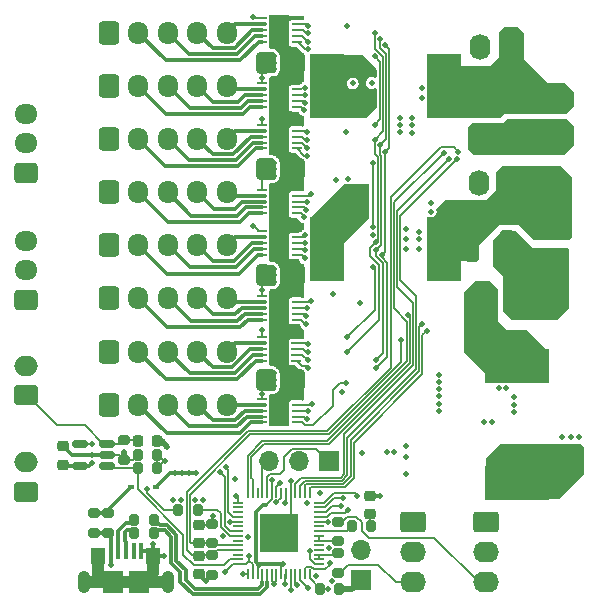
<source format=gtl>
G04 #@! TF.GenerationSoftware,KiCad,Pcbnew,(6.0.7)*
G04 #@! TF.CreationDate,2022-10-27T11:50:25+02:00*
G04 #@! TF.ProjectId,pumpCon,70756d70-436f-46e2-9e6b-696361645f70,rev?*
G04 #@! TF.SameCoordinates,Original*
G04 #@! TF.FileFunction,Copper,L1,Top*
G04 #@! TF.FilePolarity,Positive*
%FSLAX46Y46*%
G04 Gerber Fmt 4.6, Leading zero omitted, Abs format (unit mm)*
G04 Created by KiCad (PCBNEW (6.0.7)) date 2022-10-27 11:50:25*
%MOMM*%
%LPD*%
G01*
G04 APERTURE LIST*
G04 Aperture macros list*
%AMRoundRect*
0 Rectangle with rounded corners*
0 $1 Rounding radius*
0 $2 $3 $4 $5 $6 $7 $8 $9 X,Y pos of 4 corners*
0 Add a 4 corners polygon primitive as box body*
4,1,4,$2,$3,$4,$5,$6,$7,$8,$9,$2,$3,0*
0 Add four circle primitives for the rounded corners*
1,1,$1+$1,$2,$3*
1,1,$1+$1,$4,$5*
1,1,$1+$1,$6,$7*
1,1,$1+$1,$8,$9*
0 Add four rect primitives between the rounded corners*
20,1,$1+$1,$2,$3,$4,$5,0*
20,1,$1+$1,$4,$5,$6,$7,0*
20,1,$1+$1,$6,$7,$8,$9,0*
20,1,$1+$1,$8,$9,$2,$3,0*%
G04 Aperture macros list end*
G04 #@! TA.AperFunction,SMDPad,CuDef*
%ADD10R,0.400000X1.400000*%
G04 #@! TD*
G04 #@! TA.AperFunction,ComponentPad*
%ADD11O,1.050000X1.900000*%
G04 #@! TD*
G04 #@! TA.AperFunction,SMDPad,CuDef*
%ADD12R,1.750000X1.900000*%
G04 #@! TD*
G04 #@! TA.AperFunction,SMDPad,CuDef*
%ADD13R,1.150000X1.450000*%
G04 #@! TD*
G04 #@! TA.AperFunction,ComponentPad*
%ADD14RoundRect,0.250000X0.620000X0.845000X-0.620000X0.845000X-0.620000X-0.845000X0.620000X-0.845000X0*%
G04 #@! TD*
G04 #@! TA.AperFunction,ComponentPad*
%ADD15O,1.740000X2.190000*%
G04 #@! TD*
G04 #@! TA.AperFunction,SMDPad,CuDef*
%ADD16RoundRect,0.225000X-0.250000X0.225000X-0.250000X-0.225000X0.250000X-0.225000X0.250000X0.225000X0*%
G04 #@! TD*
G04 #@! TA.AperFunction,ComponentPad*
%ADD17RoundRect,0.250000X-0.600000X-0.725000X0.600000X-0.725000X0.600000X0.725000X-0.600000X0.725000X0*%
G04 #@! TD*
G04 #@! TA.AperFunction,ComponentPad*
%ADD18O,1.700000X1.950000*%
G04 #@! TD*
G04 #@! TA.AperFunction,SMDPad,CuDef*
%ADD19RoundRect,0.200000X-0.200000X-0.275000X0.200000X-0.275000X0.200000X0.275000X-0.200000X0.275000X0*%
G04 #@! TD*
G04 #@! TA.AperFunction,SMDPad,CuDef*
%ADD20RoundRect,0.062500X0.350000X0.062500X-0.350000X0.062500X-0.350000X-0.062500X0.350000X-0.062500X0*%
G04 #@! TD*
G04 #@! TA.AperFunction,SMDPad,CuDef*
%ADD21R,1.700000X2.500000*%
G04 #@! TD*
G04 #@! TA.AperFunction,ComponentPad*
%ADD22R,1.700000X1.700000*%
G04 #@! TD*
G04 #@! TA.AperFunction,ComponentPad*
%ADD23O,1.700000X1.700000*%
G04 #@! TD*
G04 #@! TA.AperFunction,ComponentPad*
%ADD24RoundRect,0.250000X0.725000X-0.600000X0.725000X0.600000X-0.725000X0.600000X-0.725000X-0.600000X0*%
G04 #@! TD*
G04 #@! TA.AperFunction,ComponentPad*
%ADD25O,1.950000X1.700000*%
G04 #@! TD*
G04 #@! TA.AperFunction,SMDPad,CuDef*
%ADD26RoundRect,0.200000X-0.275000X0.200000X-0.275000X-0.200000X0.275000X-0.200000X0.275000X0.200000X0*%
G04 #@! TD*
G04 #@! TA.AperFunction,ComponentPad*
%ADD27RoundRect,0.250000X0.750000X-0.600000X0.750000X0.600000X-0.750000X0.600000X-0.750000X-0.600000X0*%
G04 #@! TD*
G04 #@! TA.AperFunction,ComponentPad*
%ADD28O,2.000000X1.700000*%
G04 #@! TD*
G04 #@! TA.AperFunction,SMDPad,CuDef*
%ADD29RoundRect,0.200000X0.275000X-0.200000X0.275000X0.200000X-0.275000X0.200000X-0.275000X-0.200000X0*%
G04 #@! TD*
G04 #@! TA.AperFunction,ComponentPad*
%ADD30RoundRect,0.250000X-0.845000X0.620000X-0.845000X-0.620000X0.845000X-0.620000X0.845000X0.620000X0*%
G04 #@! TD*
G04 #@! TA.AperFunction,ComponentPad*
%ADD31O,2.190000X1.740000*%
G04 #@! TD*
G04 #@! TA.AperFunction,SMDPad,CuDef*
%ADD32RoundRect,0.250000X0.325000X0.650000X-0.325000X0.650000X-0.325000X-0.650000X0.325000X-0.650000X0*%
G04 #@! TD*
G04 #@! TA.AperFunction,SMDPad,CuDef*
%ADD33RoundRect,0.218750X-0.256250X0.218750X-0.256250X-0.218750X0.256250X-0.218750X0.256250X0.218750X0*%
G04 #@! TD*
G04 #@! TA.AperFunction,SMDPad,CuDef*
%ADD34R,0.600000X0.450000*%
G04 #@! TD*
G04 #@! TA.AperFunction,ComponentPad*
%ADD35R,1.600000X1.600000*%
G04 #@! TD*
G04 #@! TA.AperFunction,ComponentPad*
%ADD36C,1.600000*%
G04 #@! TD*
G04 #@! TA.AperFunction,SMDPad,CuDef*
%ADD37RoundRect,0.250000X1.100000X-0.325000X1.100000X0.325000X-1.100000X0.325000X-1.100000X-0.325000X0*%
G04 #@! TD*
G04 #@! TA.AperFunction,SMDPad,CuDef*
%ADD38RoundRect,0.225000X-0.225000X-0.250000X0.225000X-0.250000X0.225000X0.250000X-0.225000X0.250000X0*%
G04 #@! TD*
G04 #@! TA.AperFunction,SMDPad,CuDef*
%ADD39R,2.900000X5.400000*%
G04 #@! TD*
G04 #@! TA.AperFunction,SMDPad,CuDef*
%ADD40RoundRect,0.200000X0.200000X0.275000X-0.200000X0.275000X-0.200000X-0.275000X0.200000X-0.275000X0*%
G04 #@! TD*
G04 #@! TA.AperFunction,SMDPad,CuDef*
%ADD41RoundRect,0.050000X0.387500X0.050000X-0.387500X0.050000X-0.387500X-0.050000X0.387500X-0.050000X0*%
G04 #@! TD*
G04 #@! TA.AperFunction,SMDPad,CuDef*
%ADD42RoundRect,0.050000X0.050000X0.387500X-0.050000X0.387500X-0.050000X-0.387500X0.050000X-0.387500X0*%
G04 #@! TD*
G04 #@! TA.AperFunction,SMDPad,CuDef*
%ADD43R,3.200000X3.200000*%
G04 #@! TD*
G04 #@! TA.AperFunction,SMDPad,CuDef*
%ADD44R,5.400000X2.900000*%
G04 #@! TD*
G04 #@! TA.AperFunction,SMDPad,CuDef*
%ADD45RoundRect,0.150000X0.512500X0.150000X-0.512500X0.150000X-0.512500X-0.150000X0.512500X-0.150000X0*%
G04 #@! TD*
G04 #@! TA.AperFunction,SMDPad,CuDef*
%ADD46RoundRect,0.250000X0.325000X1.100000X-0.325000X1.100000X-0.325000X-1.100000X0.325000X-1.100000X0*%
G04 #@! TD*
G04 #@! TA.AperFunction,SMDPad,CuDef*
%ADD47RoundRect,0.225000X0.250000X-0.225000X0.250000X0.225000X-0.250000X0.225000X-0.250000X-0.225000X0*%
G04 #@! TD*
G04 #@! TA.AperFunction,ViaPad*
%ADD48C,0.500000*%
G04 #@! TD*
G04 #@! TA.AperFunction,Conductor*
%ADD49C,0.127000*%
G04 #@! TD*
G04 #@! TA.AperFunction,Conductor*
%ADD50C,0.300000*%
G04 #@! TD*
G04 #@! TA.AperFunction,Conductor*
%ADD51C,1.000000*%
G04 #@! TD*
G04 #@! TA.AperFunction,Conductor*
%ADD52C,0.200000*%
G04 #@! TD*
G04 #@! TA.AperFunction,Conductor*
%ADD53C,0.500000*%
G04 #@! TD*
G04 APERTURE END LIST*
D10*
X67950000Y-107400000D03*
X68600000Y-107400000D03*
X69250000Y-107400000D03*
X69900000Y-107400000D03*
X70550000Y-107400000D03*
D11*
X72825000Y-110050000D03*
X65675000Y-110050000D03*
D12*
X70375000Y-110050000D03*
X68125000Y-110050000D03*
D13*
X71570000Y-107820000D03*
X66930000Y-107820000D03*
D14*
X101770000Y-64680000D03*
D15*
X99230000Y-64680000D03*
D16*
X75440000Y-107775000D03*
X75440000Y-109325000D03*
D17*
X67800000Y-77000000D03*
D18*
X70300000Y-77000000D03*
X72800000Y-77000000D03*
X75300000Y-77000000D03*
X77800000Y-77000000D03*
D19*
X69975000Y-104725000D03*
X71625000Y-104725000D03*
D17*
X67800000Y-81500000D03*
D18*
X70300000Y-81500000D03*
X72800000Y-81500000D03*
X75300000Y-81500000D03*
X77800000Y-81500000D03*
D20*
X83675000Y-91300000D03*
X83675000Y-90800000D03*
X83675000Y-90300000D03*
X83675000Y-89800000D03*
X83675000Y-89300000D03*
X80750000Y-89300000D03*
X80750000Y-89800000D03*
X80750000Y-90300000D03*
X80750000Y-90800000D03*
X80750000Y-91300000D03*
D21*
X82212500Y-90300000D03*
D22*
X86475000Y-99800000D03*
D23*
X83935000Y-99800000D03*
X81395000Y-99800000D03*
D20*
X83712500Y-82300000D03*
X83712500Y-81800000D03*
X83712500Y-81300000D03*
X83712500Y-80800000D03*
X83712500Y-80300000D03*
X80787500Y-80300000D03*
X80787500Y-80800000D03*
X80787500Y-81300000D03*
X80787500Y-81800000D03*
X80787500Y-82300000D03*
D21*
X82250000Y-81300000D03*
D19*
X88375000Y-105300000D03*
X90025000Y-105300000D03*
D24*
X60800000Y-86100000D03*
D25*
X60800000Y-83600000D03*
X60800000Y-81100000D03*
D20*
X83712500Y-73300000D03*
X83712500Y-72800000D03*
X83712500Y-72300000D03*
X83712500Y-71800000D03*
X83712500Y-71300000D03*
X80787500Y-71300000D03*
X80787500Y-71800000D03*
X80787500Y-72300000D03*
X80787500Y-72800000D03*
X80787500Y-73300000D03*
D21*
X82250000Y-72300000D03*
D20*
X83712500Y-96500000D03*
X83712500Y-96000000D03*
X83712500Y-95500000D03*
X83712500Y-95000000D03*
X83712500Y-94500000D03*
X80787500Y-94500000D03*
X80787500Y-95000000D03*
X80787500Y-95500000D03*
X80787500Y-96000000D03*
X80787500Y-96500000D03*
D21*
X82250000Y-95500000D03*
D20*
X83712500Y-87800000D03*
X83712500Y-87300000D03*
X83712500Y-86800000D03*
X83712500Y-86300000D03*
X83712500Y-85800000D03*
X80787500Y-85800000D03*
X80787500Y-86300000D03*
X80787500Y-86800000D03*
X80787500Y-87300000D03*
X80787500Y-87800000D03*
D21*
X82250000Y-86800000D03*
D26*
X87250000Y-104925000D03*
X87250000Y-106575000D03*
D22*
X89175000Y-109850000D03*
D23*
X89175000Y-107310000D03*
D17*
X67800000Y-90500000D03*
D18*
X70300000Y-90500000D03*
X72800000Y-90500000D03*
X75300000Y-90500000D03*
X77800000Y-90500000D03*
D27*
X60800000Y-94200000D03*
D28*
X60800000Y-91700000D03*
D14*
X101720000Y-76230000D03*
D15*
X99180000Y-76230000D03*
D17*
X67800000Y-86000000D03*
D18*
X70300000Y-86000000D03*
X72800000Y-86000000D03*
X75300000Y-86000000D03*
X77800000Y-86000000D03*
D29*
X76550000Y-106740000D03*
X76550000Y-105090000D03*
D30*
X93580000Y-104960000D03*
D31*
X93580000Y-107500000D03*
X93580000Y-110040000D03*
D32*
X83825000Y-66050000D03*
X80875000Y-66050000D03*
D17*
X67800000Y-63500000D03*
D18*
X70300000Y-63500000D03*
X72800000Y-63500000D03*
X75300000Y-63500000D03*
X77800000Y-63500000D03*
D33*
X89900000Y-102712500D03*
X89900000Y-104287500D03*
D34*
X71800000Y-101950000D03*
X69700000Y-101950000D03*
D32*
X83825000Y-92900000D03*
X80875000Y-92900000D03*
D17*
X67800000Y-68000000D03*
D18*
X70300000Y-68000000D03*
X72800000Y-68000000D03*
X75300000Y-68000000D03*
X77800000Y-68000000D03*
D19*
X70275000Y-99250000D03*
X71925000Y-99250000D03*
X69975000Y-105900000D03*
X71625000Y-105900000D03*
X70262500Y-100350000D03*
X71912500Y-100350000D03*
D35*
X99950000Y-86500000D03*
D36*
X102450000Y-86500000D03*
D37*
X99600000Y-72475000D03*
X99600000Y-69525000D03*
D32*
X83825000Y-75050000D03*
X80875000Y-75050000D03*
D35*
X105700000Y-80217621D03*
D36*
X105700000Y-82717621D03*
D38*
X70312500Y-98100000D03*
X71862500Y-98100000D03*
D16*
X63950000Y-98525000D03*
X63950000Y-100075000D03*
D27*
X60800000Y-102350000D03*
D28*
X60800000Y-99850000D03*
D39*
X86300000Y-68050000D03*
X96200000Y-68050000D03*
D20*
X83712500Y-64300000D03*
X83712500Y-63800000D03*
X83712500Y-63300000D03*
X83712500Y-62800000D03*
X83712500Y-62300000D03*
X80787500Y-62300000D03*
X80787500Y-62800000D03*
X80787500Y-63300000D03*
X80787500Y-63800000D03*
X80787500Y-64300000D03*
D21*
X82250000Y-63300000D03*
D26*
X76550000Y-107725000D03*
X76550000Y-109375000D03*
D17*
X67800000Y-95000000D03*
D18*
X70300000Y-95000000D03*
X72800000Y-95000000D03*
X75300000Y-95000000D03*
X77800000Y-95000000D03*
D40*
X75325000Y-103950000D03*
X73675000Y-103950000D03*
D41*
X85637500Y-108500000D03*
X85637500Y-108100000D03*
X85637500Y-107700000D03*
X85637500Y-107300000D03*
X85637500Y-106900000D03*
X85637500Y-106500000D03*
X85637500Y-106100000D03*
X85637500Y-105700000D03*
X85637500Y-105300000D03*
X85637500Y-104900000D03*
X85637500Y-104500000D03*
X85637500Y-104100000D03*
X85637500Y-103700000D03*
X85637500Y-103300000D03*
D42*
X84800000Y-102462500D03*
X84400000Y-102462500D03*
X84000000Y-102462500D03*
X83600000Y-102462500D03*
X83200000Y-102462500D03*
X82800000Y-102462500D03*
X82400000Y-102462500D03*
X82000000Y-102462500D03*
X81600000Y-102462500D03*
X81200000Y-102462500D03*
X80800000Y-102462500D03*
X80400000Y-102462500D03*
X80000000Y-102462500D03*
X79600000Y-102462500D03*
D41*
X78762500Y-103300000D03*
X78762500Y-103700000D03*
X78762500Y-104100000D03*
X78762500Y-104500000D03*
X78762500Y-104900000D03*
X78762500Y-105300000D03*
X78762500Y-105700000D03*
X78762500Y-106100000D03*
X78762500Y-106500000D03*
X78762500Y-106900000D03*
X78762500Y-107300000D03*
X78762500Y-107700000D03*
X78762500Y-108100000D03*
X78762500Y-108500000D03*
D42*
X79600000Y-109337500D03*
X80000000Y-109337500D03*
X80400000Y-109337500D03*
X80800000Y-109337500D03*
X81200000Y-109337500D03*
X81600000Y-109337500D03*
X82000000Y-109337500D03*
X82400000Y-109337500D03*
X82800000Y-109337500D03*
X83200000Y-109337500D03*
X83600000Y-109337500D03*
X84000000Y-109337500D03*
X84400000Y-109337500D03*
X84800000Y-109337500D03*
D43*
X82200000Y-105900000D03*
D26*
X69087500Y-98025000D03*
X69087500Y-99675000D03*
D35*
X105650000Y-69517621D03*
D36*
X105650000Y-72017621D03*
D32*
X83825000Y-84050000D03*
X80875000Y-84050000D03*
D24*
X60800000Y-75350000D03*
D25*
X60800000Y-72850000D03*
X60800000Y-70350000D03*
D44*
X102400000Y-91750000D03*
X102400000Y-101650000D03*
D20*
X83712500Y-78800000D03*
X83712500Y-78300000D03*
X83712500Y-77800000D03*
X83712500Y-77300000D03*
X83712500Y-76800000D03*
X80787500Y-76800000D03*
X80787500Y-77300000D03*
X80787500Y-77800000D03*
X80787500Y-78300000D03*
X80787500Y-78800000D03*
D21*
X82250000Y-77800000D03*
D45*
X67637500Y-100200000D03*
X67637500Y-99250000D03*
X67637500Y-98300000D03*
X65362500Y-98300000D03*
X65362500Y-100200000D03*
D46*
X101525000Y-81600000D03*
X98575000Y-81600000D03*
D20*
X83712500Y-69800000D03*
X83712500Y-69300000D03*
X83712500Y-68800000D03*
X83712500Y-68300000D03*
X83712500Y-67800000D03*
X80787500Y-67800000D03*
X80787500Y-68300000D03*
X80787500Y-68800000D03*
X80787500Y-69300000D03*
X80787500Y-69800000D03*
D21*
X82250000Y-68800000D03*
D19*
X85675000Y-110600000D03*
X87325000Y-110600000D03*
D29*
X87250000Y-109225000D03*
X87250000Y-107575000D03*
D17*
X67800000Y-72500000D03*
D18*
X70300000Y-72500000D03*
X72800000Y-72500000D03*
X75300000Y-72500000D03*
X77800000Y-72500000D03*
D47*
X75450000Y-106725000D03*
X75450000Y-105175000D03*
D26*
X67700000Y-104175000D03*
X67700000Y-105825000D03*
D39*
X86300000Y-81800000D03*
X96200000Y-81800000D03*
D26*
X66550000Y-104175000D03*
X66550000Y-105825000D03*
D30*
X99780000Y-104960000D03*
D31*
X99780000Y-107500000D03*
X99780000Y-110040000D03*
D48*
X82700000Y-103300000D03*
X101450000Y-93576502D03*
X82250000Y-87250000D03*
X82250000Y-81900000D03*
X71550000Y-106800000D03*
X79573207Y-106202901D03*
X82200000Y-63700000D03*
X92950000Y-99450000D03*
X100600000Y-82950000D03*
X90750000Y-102700000D03*
X73250000Y-103050000D03*
X81550000Y-106850000D03*
X106200000Y-97700000D03*
X82250000Y-106850000D03*
X77450000Y-106150000D03*
X95050000Y-77900000D03*
X98650000Y-71450000D03*
X85650000Y-102450000D03*
X82250000Y-96100000D03*
X82250000Y-68300000D03*
X73950000Y-103050000D03*
X83400000Y-79450000D03*
X82250000Y-77100000D03*
X72750000Y-98550000D03*
X86701681Y-109932592D03*
X87000000Y-75950000D03*
X84600000Y-103300000D03*
X107600000Y-97700000D03*
X100600000Y-82050000D03*
X80900000Y-106850000D03*
X100250000Y-96500000D03*
X94100000Y-81000000D03*
X92950000Y-100875000D03*
X106900000Y-97700000D03*
X83200000Y-101450000D03*
X82250000Y-94900000D03*
X72450000Y-107800000D03*
X75800000Y-103049152D03*
X83000000Y-106850000D03*
X93450000Y-72000000D03*
X82200000Y-90800000D03*
X75090000Y-103050000D03*
X102100000Y-95000000D03*
X82250000Y-78250000D03*
X92975000Y-98475000D03*
X88448500Y-67800000D03*
X102100000Y-95650000D03*
X82212500Y-89837500D03*
X100600000Y-81200000D03*
X78450000Y-101300000D03*
X82150000Y-62750000D03*
X87550000Y-93950000D03*
X85306716Y-109510000D03*
X100500000Y-71450000D03*
X100800000Y-93576502D03*
X82250000Y-80700000D03*
X99550000Y-71450000D03*
X95050000Y-78650000D03*
X99600000Y-96500000D03*
X66400000Y-99950000D03*
X93450000Y-70750000D03*
X82250000Y-72800000D03*
X82250000Y-86250000D03*
X86800000Y-85650000D03*
X94100000Y-80350000D03*
X82250000Y-69300000D03*
X94300000Y-68200000D03*
X93450000Y-71350000D03*
X82250000Y-71750000D03*
X86437100Y-107100000D03*
X102100000Y-94350000D03*
X94300000Y-69000000D03*
X94100000Y-81800000D03*
X76600000Y-104400000D03*
X76000000Y-109950000D03*
X88050000Y-75850000D03*
X87900000Y-71950000D03*
X77600000Y-109200000D03*
X84800000Y-107400000D03*
X86398500Y-104939746D03*
X90050000Y-67750000D03*
X89100000Y-86350000D03*
X90160000Y-80600000D03*
X78050000Y-104900000D03*
X81800000Y-110150000D03*
X79700000Y-107800000D03*
X87950000Y-62950000D03*
X66400000Y-99250000D03*
X82300000Y-101650000D03*
X69100000Y-98964000D03*
X91350000Y-99000000D03*
X89200000Y-99100000D03*
X91950000Y-99000000D03*
X77186127Y-100736127D03*
X79200000Y-109350000D03*
X77700000Y-100300000D03*
X74000000Y-100750000D03*
X102950000Y-98900000D03*
X73400000Y-100750000D03*
X75150000Y-100750000D03*
X104900000Y-98900000D03*
X106900000Y-98550000D03*
X74600000Y-100750000D03*
X104250000Y-98900000D03*
X103600000Y-98900000D03*
X106300000Y-98550000D03*
X107500000Y-98550000D03*
X82582692Y-108527764D03*
X80551500Y-108572508D03*
X81640000Y-101350000D03*
X81750000Y-75050000D03*
X80800000Y-70800000D03*
X95800000Y-93100000D03*
X95800000Y-94300000D03*
X95800000Y-95500000D03*
X81750000Y-66050000D03*
X81750000Y-65500000D03*
X95800000Y-94900000D03*
X81750000Y-83500000D03*
X81750000Y-84050000D03*
X81750000Y-84600000D03*
X81750000Y-92350000D03*
X80050000Y-79900000D03*
X80787500Y-85262500D03*
X81750000Y-75600000D03*
X80787500Y-94087500D03*
X81750000Y-74500000D03*
X80050000Y-62200000D03*
X80787500Y-67337500D03*
X80750000Y-88700000D03*
X81750000Y-66600000D03*
X95800000Y-92500000D03*
X95800000Y-93700000D03*
X81750000Y-92900000D03*
X81750000Y-93450000D03*
X98600000Y-85850000D03*
X99200000Y-85150000D03*
X98600000Y-87450000D03*
X93000000Y-81850000D03*
X93000000Y-81000000D03*
X92450000Y-71350000D03*
X100300000Y-87950000D03*
X92450000Y-70750000D03*
X92450000Y-71950000D03*
X100000000Y-85150000D03*
X99350000Y-87950000D03*
X93000000Y-80100000D03*
X98600000Y-86600000D03*
X92550000Y-89500000D03*
X97406246Y-73593293D03*
X68000000Y-108600000D03*
X89550000Y-76600000D03*
X89550000Y-77800000D03*
X89550000Y-78400000D03*
X89550000Y-79000000D03*
X89550000Y-77200000D03*
X90200000Y-68550000D03*
X90200000Y-66900000D03*
X90200000Y-69150000D03*
X90200000Y-69750000D03*
X82000000Y-103276500D03*
X86400000Y-110600000D03*
X71050000Y-102100000D03*
X72550000Y-99800000D03*
X66400000Y-98300000D03*
X93150000Y-87400000D03*
X96150000Y-73650000D03*
X86500000Y-108400000D03*
X84700000Y-110550000D03*
X83750000Y-110250000D03*
X83200000Y-110700000D03*
X82760000Y-110150000D03*
X90790000Y-73050000D03*
X90790000Y-64050000D03*
X90400000Y-81900000D03*
X87450000Y-103600000D03*
X90450000Y-91200000D03*
X90350000Y-72550000D03*
X90400000Y-81250000D03*
X87600000Y-102900000D03*
X90350000Y-63550000D03*
X88000000Y-90550000D03*
X88850000Y-102700000D03*
X91230000Y-64550000D03*
X90900000Y-82300000D03*
X90450000Y-91900000D03*
X88089296Y-103882959D03*
X91230000Y-73600000D03*
X94284500Y-88200000D03*
X96600000Y-74200000D03*
X97250000Y-74200000D03*
X94740000Y-88750000D03*
X84372920Y-69427080D03*
X84650000Y-64250000D03*
X84650000Y-63550000D03*
X84650000Y-62900000D03*
X84400000Y-68801071D03*
X84414093Y-68164799D03*
X84650000Y-64900000D03*
X84349884Y-70053159D03*
X84300000Y-79100000D03*
X84500000Y-78500000D03*
X84600000Y-77850000D03*
X84926500Y-77200000D03*
X84600000Y-73900000D03*
X84600000Y-73250000D03*
X84600000Y-71900000D03*
X84500000Y-87500000D03*
X84600000Y-86850000D03*
X84700000Y-91900000D03*
X84650000Y-91250000D03*
X84650000Y-90550000D03*
X84650000Y-89900000D03*
X90300000Y-71300000D03*
X90300000Y-65500000D03*
X90150000Y-79950000D03*
X90150000Y-74550000D03*
X90188873Y-83311127D03*
X88000000Y-89250000D03*
X84926500Y-86200000D03*
X84423498Y-82600000D03*
X84423498Y-81903006D03*
X84423498Y-81276503D03*
X84423498Y-80650000D03*
X84600000Y-72550000D03*
X84500000Y-88150000D03*
X84550000Y-96200000D03*
X84650000Y-95550000D03*
X84976500Y-94900000D03*
X87900000Y-93150000D03*
X78600000Y-102700000D03*
D49*
X82800000Y-102462500D02*
X82800000Y-103200000D01*
X82800000Y-103200000D02*
X82700000Y-103300000D01*
D50*
X90737500Y-102712500D02*
X90750000Y-102700000D01*
D51*
X70375000Y-110050000D02*
X70800000Y-110050000D01*
D50*
X66400000Y-99950000D02*
X66150000Y-100200000D01*
X71150000Y-107400000D02*
X71570000Y-107820000D01*
D52*
X82250000Y-62850000D02*
X82250000Y-63300000D01*
D50*
X75440000Y-109325000D02*
X75440000Y-109390000D01*
X75440000Y-109390000D02*
X76000000Y-109950000D01*
D52*
X83200000Y-102462500D02*
X83200000Y-104900000D01*
X83712500Y-80300000D02*
X82250000Y-80300000D01*
X82250000Y-80300000D02*
X82250000Y-80700000D01*
D50*
X71570000Y-106820000D02*
X71550000Y-106800000D01*
D52*
X82212500Y-89837500D02*
X82212500Y-90300000D01*
X83712500Y-76800000D02*
X82250000Y-76800000D01*
X82250000Y-71750000D02*
X82250000Y-72300000D01*
D49*
X75450000Y-105175000D02*
X76465000Y-105175000D01*
D52*
X82250000Y-68300000D02*
X82250000Y-68800000D01*
D49*
X76465000Y-105175000D02*
X76550000Y-105090000D01*
D52*
X83712500Y-71300000D02*
X82250000Y-71300000D01*
X82212500Y-89300000D02*
X82212500Y-89837500D01*
X82600000Y-62300000D02*
X83712500Y-62300000D01*
X82250000Y-86250000D02*
X82250000Y-86800000D01*
D51*
X67550000Y-110050000D02*
X68125000Y-110050000D01*
D52*
X82250000Y-76800000D02*
X82250000Y-77800000D01*
D53*
X71862500Y-98100000D02*
X72300000Y-98100000D01*
D52*
X82150000Y-62750000D02*
X82600000Y-62300000D01*
X83200000Y-104900000D02*
X82200000Y-105900000D01*
D50*
X70550000Y-107400000D02*
X71150000Y-107400000D01*
X71570000Y-107820000D02*
X71570000Y-106820000D01*
D52*
X83712500Y-67800000D02*
X82250000Y-67800000D01*
D50*
X64075000Y-100200000D02*
X63950000Y-100075000D01*
X89900000Y-102712500D02*
X90737500Y-102712500D01*
D52*
X82250000Y-71300000D02*
X82250000Y-71750000D01*
D51*
X66930000Y-109430000D02*
X67550000Y-110050000D01*
D50*
X65362500Y-100200000D02*
X64075000Y-100200000D01*
D52*
X83712500Y-94500000D02*
X82250000Y-94500000D01*
X82250000Y-85800000D02*
X82250000Y-86250000D01*
D53*
X72300000Y-98100000D02*
X72750000Y-98550000D01*
D52*
X83712500Y-85800000D02*
X82250000Y-85800000D01*
D51*
X70800000Y-110050000D02*
X71570000Y-109280000D01*
D49*
X76550000Y-104450000D02*
X76600000Y-104400000D01*
D51*
X65675000Y-110050000D02*
X68125000Y-110050000D01*
D52*
X82250000Y-80700000D02*
X82250000Y-81300000D01*
X82250000Y-94500000D02*
X82250000Y-94900000D01*
D51*
X71570000Y-109280000D02*
X71570000Y-107820000D01*
D50*
X76550000Y-109375000D02*
X76550000Y-109400000D01*
D51*
X66930000Y-107820000D02*
X66930000Y-109430000D01*
X72825000Y-110050000D02*
X70375000Y-110050000D01*
D52*
X82250000Y-94900000D02*
X82250000Y-95500000D01*
D50*
X71570000Y-107820000D02*
X72430000Y-107820000D01*
X66150000Y-100200000D02*
X65362500Y-100200000D01*
D52*
X83200000Y-102462500D02*
X83200000Y-101450000D01*
D50*
X72430000Y-107820000D02*
X72450000Y-107800000D01*
D52*
X83675000Y-89300000D02*
X82212500Y-89300000D01*
X82150000Y-62750000D02*
X82250000Y-62850000D01*
D51*
X68125000Y-110050000D02*
X70375000Y-110050000D01*
D52*
X82250000Y-67800000D02*
X82250000Y-68300000D01*
D50*
X76550000Y-109400000D02*
X76000000Y-109950000D01*
D49*
X76550000Y-105090000D02*
X76550000Y-104450000D01*
X81600000Y-109337500D02*
X81600000Y-109950000D01*
X69087500Y-98976500D02*
X69100000Y-98964000D01*
X77600000Y-109200000D02*
X77650000Y-109200000D01*
D50*
X64675000Y-99250000D02*
X63950000Y-98525000D01*
D49*
X80000000Y-109337500D02*
X80000000Y-108500000D01*
X69087500Y-99675000D02*
X69850000Y-99675000D01*
X68662500Y-99250000D02*
X69087500Y-99675000D01*
D53*
X69087500Y-99675000D02*
X69087500Y-98976500D01*
D49*
X81600000Y-109950000D02*
X81800000Y-110150000D01*
X77650000Y-109200000D02*
X78350000Y-108500000D01*
X67637500Y-99250000D02*
X68662500Y-99250000D01*
X79700000Y-108200000D02*
X79700000Y-107800000D01*
X79400000Y-108500000D02*
X79700000Y-108200000D01*
X86358754Y-104900000D02*
X86398500Y-104939746D01*
X80000000Y-108500000D02*
X79700000Y-108200000D01*
X82000000Y-109950000D02*
X81800000Y-110150000D01*
X84800000Y-108040118D02*
X84800000Y-107400000D01*
X85259882Y-108500000D02*
X84800000Y-108040118D01*
X85637500Y-108500000D02*
X85259882Y-108500000D01*
D50*
X67637500Y-99250000D02*
X64675000Y-99250000D01*
D49*
X82000000Y-101950000D02*
X82300000Y-101650000D01*
X78762500Y-104900000D02*
X78050000Y-104900000D01*
X69850000Y-99675000D02*
X70275000Y-99250000D01*
X82000000Y-109337500D02*
X82000000Y-109950000D01*
X82000000Y-102462500D02*
X82000000Y-101950000D01*
X78762500Y-108500000D02*
X79400000Y-108500000D01*
X78350000Y-108500000D02*
X78762500Y-108500000D01*
X85637500Y-104900000D02*
X86358754Y-104900000D01*
X78762500Y-105700000D02*
X78050000Y-105700000D01*
X77600000Y-101150000D02*
X77186127Y-100736127D01*
X77600000Y-105250000D02*
X77600000Y-101150000D01*
X77600000Y-105250000D02*
X78050000Y-105700000D01*
X79212500Y-109337500D02*
X79200000Y-109350000D01*
X79600000Y-109337500D02*
X79212500Y-109337500D01*
X78762500Y-104500000D02*
X78304000Y-104500000D01*
X77900000Y-100500000D02*
X77700000Y-100300000D01*
X78304000Y-104500000D02*
X77900000Y-104096000D01*
X77900000Y-104096000D02*
X77900000Y-100500000D01*
D50*
X71800000Y-101950000D02*
X73000000Y-100750000D01*
X74600000Y-100750000D02*
X75150000Y-100750000D01*
X73400000Y-100750000D02*
X74000000Y-100750000D01*
X73000000Y-100750000D02*
X73400000Y-100750000D01*
X74000000Y-100750000D02*
X74600000Y-100750000D01*
D49*
X67637500Y-98300000D02*
X68812500Y-98300000D01*
X67637500Y-98300000D02*
X67350000Y-98300000D01*
X60900000Y-94200000D02*
X60800000Y-94200000D01*
X67350000Y-98300000D02*
X65800000Y-96750000D01*
X68812500Y-98300000D02*
X69087500Y-98025000D01*
X69087500Y-98025000D02*
X70237500Y-98025000D01*
X63450000Y-96750000D02*
X60900000Y-94200000D01*
X65800000Y-96750000D02*
X63450000Y-96750000D01*
X70237500Y-98025000D02*
X70312500Y-98100000D01*
D50*
X82582692Y-108527764D02*
X80596244Y-108527764D01*
D49*
X82400000Y-109337500D02*
X82400000Y-108710456D01*
X82400000Y-108710456D02*
X82582692Y-108527764D01*
D50*
X80596244Y-108527764D02*
X80551500Y-108572508D01*
D49*
X81600000Y-102462500D02*
X81600000Y-101390000D01*
X80400000Y-108724008D02*
X80551500Y-108572508D01*
D50*
X80896000Y-103450000D02*
X81100000Y-103450000D01*
X80300000Y-108321008D02*
X80300000Y-104046000D01*
D49*
X81600000Y-102462500D02*
X81600000Y-103000000D01*
X81150000Y-103450000D02*
X81100000Y-103450000D01*
X81600000Y-103000000D02*
X81150000Y-103450000D01*
D50*
X80551500Y-108572508D02*
X80300000Y-108321008D01*
D49*
X81600000Y-101390000D02*
X81640000Y-101350000D01*
X80400000Y-109337500D02*
X80400000Y-108724008D01*
D50*
X80300000Y-104046000D02*
X80896000Y-103450000D01*
D52*
X80787500Y-67800000D02*
X80787500Y-66137500D01*
X81750000Y-84600000D02*
X81425000Y-84600000D01*
X80750000Y-89300000D02*
X80750000Y-88700000D01*
X81750000Y-93450000D02*
X81425000Y-93450000D01*
X81750000Y-92350000D02*
X81650000Y-92250000D01*
X80787500Y-75137500D02*
X80875000Y-75050000D01*
X80875000Y-66050000D02*
X81750000Y-66050000D01*
X81425000Y-84600000D02*
X80875000Y-84050000D01*
X80900000Y-84050000D02*
X80875000Y-84050000D01*
X80787500Y-62300000D02*
X80150000Y-62300000D01*
X81750000Y-83500000D02*
X81650000Y-83400000D01*
X80900000Y-66050000D02*
X80875000Y-66050000D01*
X81650000Y-83400000D02*
X81550000Y-83400000D01*
X80900000Y-92900000D02*
X80875000Y-92900000D01*
X81550000Y-65400000D02*
X80900000Y-66050000D01*
X81750000Y-66600000D02*
X81425000Y-66600000D01*
X81550000Y-74400000D02*
X80900000Y-75050000D01*
X80150000Y-62300000D02*
X80050000Y-62200000D01*
X80787500Y-92987500D02*
X80875000Y-92900000D01*
X80900000Y-75050000D02*
X80875000Y-75050000D01*
X80787500Y-71300000D02*
X80787500Y-70812500D01*
X81650000Y-65400000D02*
X81550000Y-65400000D01*
X80787500Y-94500000D02*
X80787500Y-92987500D01*
X81750000Y-65500000D02*
X81650000Y-65400000D01*
X81750000Y-74500000D02*
X81650000Y-74400000D01*
X80500000Y-80300000D02*
X80250000Y-80050000D01*
X81750000Y-75600000D02*
X81425000Y-75600000D01*
X80100000Y-79900000D02*
X80050000Y-79900000D01*
X80787500Y-85800000D02*
X80787500Y-84137500D01*
X80875000Y-84050000D02*
X81750000Y-84050000D01*
X81425000Y-93450000D02*
X80875000Y-92900000D01*
X81650000Y-92250000D02*
X81550000Y-92250000D01*
X81425000Y-66600000D02*
X80875000Y-66050000D01*
X80787500Y-84137500D02*
X80875000Y-84050000D01*
X80875000Y-75050000D02*
X81750000Y-75050000D01*
X80875000Y-92900000D02*
X81750000Y-92900000D01*
X80787500Y-76800000D02*
X80787500Y-75137500D01*
X80250000Y-80050000D02*
X80100000Y-79900000D01*
X81550000Y-83400000D02*
X80900000Y-84050000D01*
X81550000Y-92250000D02*
X80900000Y-92900000D01*
X80787500Y-66137500D02*
X80875000Y-66050000D01*
X81425000Y-75600000D02*
X80875000Y-75050000D01*
X80787500Y-80300000D02*
X80500000Y-80300000D01*
X81650000Y-74400000D02*
X81550000Y-74400000D01*
X80787500Y-70812500D02*
X80800000Y-70800000D01*
D49*
X92550000Y-89500000D02*
X92550000Y-91400000D01*
X74650000Y-106600000D02*
X74775000Y-106725000D01*
X75450000Y-106725000D02*
X76535000Y-106725000D01*
X76535000Y-106725000D02*
X76550000Y-106740000D01*
X92550000Y-91400000D02*
X86446000Y-97504000D01*
X74650000Y-102650000D02*
X74650000Y-106600000D01*
X78762500Y-106900000D02*
X76710000Y-106900000D01*
X76710000Y-106900000D02*
X76550000Y-106740000D01*
X79796000Y-97504000D02*
X74650000Y-102650000D01*
X74775000Y-106725000D02*
X75450000Y-106725000D01*
X86446000Y-97504000D02*
X79796000Y-97504000D01*
X97406246Y-73593293D02*
X97012953Y-73200000D01*
X97012953Y-73200000D02*
X95900000Y-73200000D01*
X79059500Y-97740500D02*
X74396000Y-102404000D01*
X79091040Y-97740500D02*
X79059500Y-97740500D01*
X79581540Y-97250000D02*
X79091040Y-97740500D01*
X74396000Y-107296000D02*
X74825000Y-107725000D01*
X76975000Y-107300000D02*
X76550000Y-107725000D01*
X86300000Y-97250000D02*
X79581540Y-97250000D01*
X78762500Y-107300000D02*
X76975000Y-107300000D01*
X91688000Y-77412000D02*
X91688000Y-91862000D01*
X74396000Y-102404000D02*
X74396000Y-107296000D01*
X74825000Y-107725000D02*
X76550000Y-107725000D01*
X95900000Y-73200000D02*
X91688000Y-77412000D01*
X91688000Y-91862000D02*
X86300000Y-97250000D01*
D50*
X66550000Y-104175000D02*
X67700000Y-104175000D01*
X67700000Y-104175000D02*
X67700000Y-103950000D01*
X67700000Y-103950000D02*
X69700000Y-101950000D01*
D52*
X89900000Y-104287500D02*
X89900000Y-105175000D01*
X89900000Y-105175000D02*
X90025000Y-105300000D01*
D50*
X67950000Y-108550000D02*
X68000000Y-108600000D01*
X67950000Y-107400000D02*
X67950000Y-108550000D01*
X67950000Y-106075000D02*
X67700000Y-105825000D01*
X66550000Y-105825000D02*
X67700000Y-105825000D01*
X67950000Y-107400000D02*
X67950000Y-106075000D01*
X69250000Y-105050000D02*
X69650000Y-105050000D01*
X68600000Y-105700000D02*
X69250000Y-105050000D01*
X69650000Y-105050000D02*
X69975000Y-104725000D01*
X68600000Y-107400000D02*
X68600000Y-105700000D01*
X69150000Y-106500000D02*
X69150000Y-105800000D01*
X69250000Y-107400000D02*
X69250000Y-106600000D01*
X69675000Y-105600000D02*
X69975000Y-105900000D01*
X69250000Y-106600000D02*
X69150000Y-106500000D01*
X69350000Y-105600000D02*
X69675000Y-105600000D01*
X69150000Y-105800000D02*
X69350000Y-105600000D01*
D49*
X85350000Y-98750000D02*
X83300000Y-98750000D01*
X83300000Y-98750000D02*
X82600000Y-99450000D01*
X81459500Y-100840500D02*
X81200000Y-101100000D01*
X86400000Y-99800000D02*
X85350000Y-98750000D01*
X82600000Y-100550000D02*
X82309500Y-100840500D01*
X81200000Y-101100000D02*
X81200000Y-102462500D01*
X82309500Y-100840500D02*
X81459500Y-100840500D01*
X86475000Y-99800000D02*
X86400000Y-99800000D01*
X82600000Y-99450000D02*
X82600000Y-100550000D01*
X80800000Y-102462500D02*
X80800000Y-100395000D01*
X80800000Y-100395000D02*
X81395000Y-99800000D01*
D53*
X88425000Y-110600000D02*
X89175000Y-109850000D01*
X87325000Y-110600000D02*
X88425000Y-110600000D01*
D49*
X87375000Y-109225000D02*
X88050000Y-108550000D01*
X88050000Y-108550000D02*
X90600000Y-108550000D01*
X90600000Y-108550000D02*
X92090000Y-110040000D01*
X92090000Y-110040000D02*
X93580000Y-110040000D01*
X87250000Y-104925000D02*
X87525000Y-104925000D01*
X87525000Y-104925000D02*
X87950000Y-104500000D01*
X88750000Y-104500000D02*
X89200000Y-104950000D01*
X89200000Y-104950000D02*
X89200000Y-105650000D01*
X89800000Y-106250000D02*
X95350000Y-106250000D01*
X95350000Y-106250000D02*
X99140000Y-110040000D01*
X99140000Y-110040000D02*
X99780000Y-110040000D01*
X89200000Y-105650000D02*
X89800000Y-106250000D01*
X87250000Y-104925000D02*
X87575000Y-104925000D01*
X87950000Y-104500000D02*
X88750000Y-104500000D01*
X82000000Y-103276500D02*
X82400000Y-102876500D01*
X82400000Y-102876500D02*
X82400000Y-102462500D01*
D50*
X72523130Y-105627000D02*
X73073000Y-106176870D01*
X73873000Y-109976869D02*
X74896131Y-111000000D01*
X73873000Y-109176870D02*
X73873000Y-109976869D01*
X81200000Y-110403870D02*
X81200000Y-110000000D01*
X74896131Y-111000000D02*
X80603870Y-111000000D01*
X73073000Y-108376869D02*
X73873000Y-109176870D01*
D49*
X81200000Y-109337500D02*
X81200000Y-110000000D01*
D50*
X80603870Y-111000000D02*
X81200000Y-110403870D01*
X73073000Y-106176870D02*
X73073000Y-108376869D01*
X71898000Y-105627000D02*
X72523130Y-105627000D01*
X71625000Y-105900000D02*
X71898000Y-105627000D01*
X72700000Y-105200000D02*
X73500000Y-106000000D01*
X80773000Y-110227000D02*
X80773000Y-110000000D01*
X74300000Y-109000000D02*
X74300000Y-109800000D01*
X73500000Y-106000000D02*
X73500000Y-108200000D01*
D49*
X80800000Y-109337500D02*
X80800000Y-110000000D01*
D50*
X72100000Y-105200000D02*
X72700000Y-105200000D01*
X75073000Y-110573000D02*
X80427000Y-110573000D01*
X71625000Y-104725000D02*
X72100000Y-105200000D01*
X74300000Y-109800000D02*
X75073000Y-110573000D01*
X73500000Y-108200000D02*
X74300000Y-109000000D01*
X80427000Y-110573000D02*
X80773000Y-110227000D01*
D49*
X84800000Y-109337500D02*
X84800000Y-109700000D01*
X85675000Y-110575000D02*
X85675000Y-110600000D01*
X84800000Y-109700000D02*
X85675000Y-110575000D01*
X86400000Y-110600000D02*
X85675000Y-110600000D01*
X75725000Y-103900000D02*
X75375000Y-103550000D01*
X78050000Y-106100000D02*
X77300000Y-105350000D01*
X78762500Y-106100000D02*
X78050000Y-106100000D01*
X77300000Y-105350000D02*
X77300000Y-104200000D01*
X77300000Y-104200000D02*
X77000000Y-103900000D01*
X77000000Y-103900000D02*
X75725000Y-103900000D01*
D52*
X72450000Y-103900000D02*
X73375000Y-103900000D01*
X71050000Y-102500000D02*
X72450000Y-103900000D01*
X71050000Y-102100000D02*
X71050000Y-102500000D01*
D49*
X78050000Y-108100000D02*
X77550000Y-108600000D01*
X67637500Y-100200000D02*
X67787500Y-100350000D01*
X75000000Y-108600000D02*
X74100000Y-107700000D01*
X77550000Y-108600000D02*
X75000000Y-108600000D01*
X74100000Y-107700000D02*
X74100000Y-106000000D01*
X78762500Y-108100000D02*
X78050000Y-108100000D01*
X70262500Y-102162500D02*
X70262500Y-100350000D01*
X74100000Y-106000000D02*
X70262500Y-102162500D01*
X67787500Y-100350000D02*
X70262500Y-100350000D01*
X71925000Y-99250000D02*
X71925000Y-100337500D01*
X72550000Y-99800000D02*
X72475000Y-99800000D01*
X72550000Y-99800000D02*
X72462500Y-99800000D01*
X66400000Y-98300000D02*
X65362500Y-98300000D01*
X72462500Y-99800000D02*
X71912500Y-100350000D01*
X71925000Y-100337500D02*
X71912500Y-100350000D01*
X72475000Y-99800000D02*
X71925000Y-99250000D01*
X85637500Y-107700000D02*
X86875000Y-107700000D01*
X85637500Y-107700000D02*
X85637500Y-108100000D01*
X86875000Y-107700000D02*
X87000000Y-107575000D01*
X85637500Y-106500000D02*
X87175000Y-106500000D01*
X85637500Y-106100000D02*
X85637500Y-106500000D01*
X87175000Y-106500000D02*
X87250000Y-106575000D01*
X80000000Y-101300000D02*
X79871005Y-101171005D01*
X86446000Y-98354000D02*
X93336500Y-91463500D01*
X93336500Y-91463500D02*
X93336500Y-87586500D01*
X80000000Y-102462500D02*
X80000000Y-101300000D01*
X80905210Y-98354000D02*
X86446000Y-98354000D01*
X79871005Y-101171005D02*
X79871005Y-99388205D01*
X79871005Y-99388205D02*
X80905210Y-98354000D01*
X93336500Y-87586500D02*
X93150000Y-87400000D01*
X86300000Y-98100000D02*
X80800000Y-98100000D01*
X79600000Y-99300000D02*
X79600000Y-102462500D01*
X96150000Y-73650000D02*
X91942000Y-77858000D01*
X93082500Y-87959003D02*
X93082500Y-91317500D01*
X91942000Y-86818503D02*
X93082500Y-87959003D01*
X91942000Y-77858000D02*
X91942000Y-86818503D01*
X80800000Y-98100000D02*
X79600000Y-99300000D01*
X93082500Y-91317500D02*
X86300000Y-98100000D01*
X85200000Y-108950000D02*
X84950000Y-108700000D01*
X86500000Y-108400000D02*
X86500000Y-108600000D01*
X84550000Y-108700000D02*
X84400000Y-108850000D01*
X84950000Y-108700000D02*
X84550000Y-108700000D01*
X84400000Y-108850000D02*
X84400000Y-109337500D01*
X86500000Y-108600000D02*
X86150000Y-108950000D01*
X86150000Y-108950000D02*
X85200000Y-108950000D01*
X84000000Y-109850000D02*
X84000000Y-109337500D01*
X84700000Y-110550000D02*
X84000000Y-109850000D01*
X83600000Y-110100000D02*
X83600000Y-109337500D01*
X83750000Y-110250000D02*
X83600000Y-110100000D01*
X83200000Y-110700000D02*
X83200000Y-109337500D01*
X82760000Y-110150000D02*
X82760000Y-109377500D01*
X82760000Y-109377500D02*
X82800000Y-109337500D01*
X91000000Y-83022962D02*
X90400000Y-82422962D01*
X90790000Y-64790000D02*
X91296000Y-65296000D01*
X86175000Y-104100000D02*
X86675000Y-103600000D01*
X91296000Y-65296000D02*
X91296000Y-72544000D01*
X91296000Y-72544000D02*
X90790000Y-73050000D01*
X90854000Y-73894790D02*
X90854000Y-81446000D01*
X90400000Y-82422962D02*
X90400000Y-81900000D01*
X86675000Y-103600000D02*
X87450000Y-103600000D01*
X91000000Y-90650000D02*
X91000000Y-83022962D01*
X90790000Y-73830790D02*
X90854000Y-73894790D01*
X90790000Y-64050000D02*
X90790000Y-64790000D01*
X90790000Y-73050000D02*
X90790000Y-73830790D01*
X85637500Y-104100000D02*
X86175000Y-104100000D01*
X90450000Y-91200000D02*
X91000000Y-90650000D01*
X90854000Y-81446000D02*
X90400000Y-81900000D01*
X90700000Y-87850000D02*
X90700000Y-83200000D01*
X89900000Y-82400000D02*
X89900000Y-81750000D01*
X90350000Y-63550000D02*
X90350000Y-64900000D01*
X90350000Y-64900000D02*
X91042000Y-65592000D01*
X86100000Y-103700000D02*
X85637500Y-103700000D01*
X90600000Y-81050000D02*
X90400000Y-81250000D01*
X91042000Y-71858000D02*
X90350000Y-72550000D01*
X89900000Y-81750000D02*
X90400000Y-81250000D01*
X90350000Y-73750000D02*
X90600000Y-74000000D01*
X87600000Y-102900000D02*
X86900000Y-102900000D01*
X88000000Y-90550000D02*
X90700000Y-87850000D01*
X91042000Y-65592000D02*
X91042000Y-71858000D01*
X90700000Y-83200000D02*
X89900000Y-82400000D01*
X90350000Y-72550000D02*
X90350000Y-73750000D01*
X90600000Y-74000000D02*
X90600000Y-81050000D01*
X86900000Y-102900000D02*
X86100000Y-103700000D01*
X88609500Y-102459500D02*
X86840500Y-102459500D01*
X86000000Y-103300000D02*
X85637500Y-103300000D01*
X88850000Y-102700000D02*
X88609500Y-102459500D01*
X86840500Y-102459500D02*
X86000000Y-103300000D01*
X86300000Y-104500000D02*
X85637500Y-104500000D01*
X91550000Y-73280000D02*
X91230000Y-73600000D01*
X91350000Y-91000000D02*
X91350000Y-82981876D01*
X90450000Y-91900000D02*
X91350000Y-91000000D01*
X91150000Y-82050000D02*
X90900000Y-82300000D01*
X91350000Y-82981876D02*
X90900000Y-82531876D01*
X91230000Y-64550000D02*
X91550000Y-64870000D01*
X91150000Y-73680000D02*
X91150000Y-82050000D01*
X91230000Y-73600000D02*
X91150000Y-73680000D01*
X87764255Y-104208000D02*
X86592000Y-104208000D01*
X86592000Y-104208000D02*
X86300000Y-104500000D01*
X88089296Y-103882959D02*
X87764255Y-104208000D01*
X90900000Y-82531876D02*
X90900000Y-82300000D01*
X91550000Y-64870000D02*
X91550000Y-73280000D01*
X84513210Y-101696000D02*
X84400000Y-101809210D01*
X84400000Y-101809210D02*
X84400000Y-102462500D01*
X87654000Y-101696000D02*
X84513210Y-101696000D01*
X94284500Y-88200000D02*
X94098500Y-88386000D01*
X88296000Y-101054000D02*
X87654000Y-101696000D01*
X94098500Y-88386000D02*
X94098500Y-92151500D01*
X94098500Y-92151500D02*
X88296000Y-97954000D01*
X88296000Y-97954000D02*
X88296000Y-101054000D01*
X93590500Y-86390500D02*
X93590500Y-91659500D01*
X87746000Y-97504000D02*
X87746000Y-100885580D01*
X83600000Y-101700000D02*
X83600000Y-102462500D01*
X87746000Y-100885580D02*
X87443580Y-101188000D01*
X92196000Y-78604000D02*
X92196000Y-84996000D01*
X92196000Y-84996000D02*
X93590500Y-86390500D01*
X84112000Y-101188000D02*
X83600000Y-101700000D01*
X87443580Y-101188000D02*
X84112000Y-101188000D01*
X93590500Y-91659500D02*
X87746000Y-97504000D01*
X96600000Y-74200000D02*
X92196000Y-78604000D01*
X93844500Y-92005500D02*
X93844500Y-85835290D01*
X92450000Y-79000000D02*
X97250000Y-74200000D01*
X92450000Y-84440790D02*
X92450000Y-79000000D01*
X84408000Y-101442000D02*
X87548790Y-101442000D01*
X84000000Y-101850000D02*
X84408000Y-101442000D01*
X87548790Y-101442000D02*
X88000000Y-100990790D01*
X84000000Y-102462500D02*
X84000000Y-101850000D01*
X88000000Y-97850000D02*
X93844500Y-92005500D01*
X88000000Y-100990790D02*
X88000000Y-97850000D01*
X93844500Y-85835290D02*
X92450000Y-84440790D01*
X84800000Y-102050000D02*
X84800000Y-102462500D01*
X94352500Y-89137500D02*
X94352500Y-92397500D01*
X84900000Y-101950000D02*
X84800000Y-102050000D01*
X88550000Y-101200000D02*
X87800000Y-101950000D01*
X88550000Y-98200000D02*
X88550000Y-101200000D01*
X94352500Y-92397500D02*
X88550000Y-98200000D01*
X87800000Y-101950000D02*
X84900000Y-101950000D01*
X94740000Y-88750000D02*
X94352500Y-89137500D01*
D52*
X84245840Y-69300000D02*
X83712500Y-69300000D01*
X84372920Y-69427080D02*
X84245840Y-69300000D01*
X84200000Y-63800000D02*
X84650000Y-64250000D01*
X83712500Y-63800000D02*
X84200000Y-63800000D01*
X84500000Y-63550000D02*
X84650000Y-63550000D01*
X83712500Y-63300000D02*
X84250000Y-63300000D01*
X84250000Y-63300000D02*
X84500000Y-63550000D01*
X84550000Y-62800000D02*
X84650000Y-62900000D01*
X83712500Y-62800000D02*
X84550000Y-62800000D01*
D50*
X78500000Y-62800000D02*
X77800000Y-63500000D01*
X81037500Y-62800000D02*
X78500000Y-62800000D01*
X78450000Y-64800000D02*
X79950000Y-63300000D01*
X76600000Y-64800000D02*
X75300000Y-63500000D01*
X80787500Y-63300000D02*
X79950000Y-63300000D01*
X78450000Y-64800000D02*
X76600000Y-64800000D01*
X78650000Y-65300000D02*
X80150000Y-63800000D01*
X78650000Y-65300000D02*
X74600000Y-65300000D01*
X74600000Y-65300000D02*
X72800000Y-63500000D01*
X80787500Y-63800000D02*
X80150000Y-63800000D01*
X78950000Y-65850000D02*
X80500000Y-64300000D01*
X80787500Y-64300000D02*
X80500000Y-64300000D01*
X72650000Y-65850000D02*
X70300000Y-63500000D01*
X78950000Y-65850000D02*
X72650000Y-65850000D01*
D52*
X84400000Y-68801071D02*
X84398929Y-68800000D01*
X84398929Y-68800000D02*
X83712500Y-68800000D01*
X84050000Y-68300000D02*
X83712500Y-68300000D01*
X84414093Y-68164799D02*
X84185201Y-68164799D01*
X84185201Y-68164799D02*
X84050000Y-68300000D01*
X83712500Y-64300000D02*
X83800000Y-64300000D01*
X84400000Y-64900000D02*
X84650000Y-64900000D01*
X83800000Y-64300000D02*
X84400000Y-64900000D01*
X84349884Y-70053159D02*
X84200805Y-69904080D01*
X84071260Y-69800000D02*
X83712500Y-69800000D01*
X84175340Y-69904080D02*
X84071260Y-69800000D01*
X84200805Y-69904080D02*
X84175340Y-69904080D01*
D50*
X78100000Y-68300000D02*
X77800000Y-68000000D01*
X81037500Y-68300000D02*
X78100000Y-68300000D01*
X78750000Y-69350000D02*
X79300000Y-68800000D01*
X76650000Y-69350000D02*
X75300000Y-68000000D01*
X78750000Y-69350000D02*
X76650000Y-69350000D01*
X80787500Y-68800000D02*
X79300000Y-68800000D01*
X74650000Y-69850000D02*
X72800000Y-68000000D01*
X79000000Y-69850000D02*
X74650000Y-69850000D01*
X79000000Y-69850000D02*
X79550000Y-69300000D01*
X80787500Y-69300000D02*
X79550000Y-69300000D01*
X79750000Y-69800000D02*
X79200000Y-70350000D01*
X80787500Y-69800000D02*
X79750000Y-69800000D01*
X79200000Y-70350000D02*
X72650000Y-70350000D01*
X72650000Y-70350000D02*
X70300000Y-68000000D01*
D52*
X84100000Y-78800000D02*
X83662500Y-78800000D01*
X84300000Y-79000000D02*
X84100000Y-78800000D01*
X84300000Y-79100000D02*
X84300000Y-79000000D01*
D50*
X81037500Y-71800000D02*
X78500000Y-71800000D01*
X78500000Y-71800000D02*
X77800000Y-72500000D01*
X76600000Y-73800000D02*
X75300000Y-72500000D01*
X78350000Y-73800000D02*
X76600000Y-73800000D01*
X78350000Y-73800000D02*
X79850000Y-72300000D01*
X80787500Y-72300000D02*
X79850000Y-72300000D01*
X78550000Y-74300000D02*
X80050000Y-72800000D01*
X80787500Y-72800000D02*
X80050000Y-72800000D01*
X74600000Y-74300000D02*
X72800000Y-72500000D01*
X78550000Y-74300000D02*
X74600000Y-74300000D01*
X72600000Y-74800000D02*
X70300000Y-72500000D01*
X78750000Y-74800000D02*
X80250000Y-73300000D01*
X80787500Y-73300000D02*
X80250000Y-73300000D01*
X78750000Y-74800000D02*
X72600000Y-74800000D01*
X78100000Y-77300000D02*
X77800000Y-77000000D01*
X81037500Y-77300000D02*
X78100000Y-77300000D01*
X78450000Y-78450000D02*
X76750000Y-78450000D01*
X81037500Y-77800000D02*
X79100000Y-77800000D01*
X79100000Y-77800000D02*
X78450000Y-78450000D01*
X76750000Y-78450000D02*
X75300000Y-77000000D01*
X80787500Y-78300000D02*
X79400000Y-78300000D01*
X78700000Y-79000000D02*
X74800000Y-79000000D01*
X78700000Y-79000000D02*
X79400000Y-78300000D01*
X74800000Y-79000000D02*
X72800000Y-77000000D01*
X78950000Y-79550000D02*
X79700000Y-78800000D01*
X80787500Y-78800000D02*
X79700000Y-78800000D01*
X78950000Y-79550000D02*
X72850000Y-79550000D01*
X72850000Y-79550000D02*
X70300000Y-77000000D01*
X78500000Y-80800000D02*
X77800000Y-81500000D01*
X81037500Y-80800000D02*
X78500000Y-80800000D01*
X79900000Y-81300000D02*
X78400000Y-82800000D01*
X78400000Y-82800000D02*
X76600000Y-82800000D01*
X80787500Y-81300000D02*
X79900000Y-81300000D01*
X76600000Y-82800000D02*
X75300000Y-81500000D01*
X74650000Y-83350000D02*
X72800000Y-81500000D01*
X80100000Y-81800000D02*
X78550000Y-83350000D01*
X80787500Y-81800000D02*
X80100000Y-81800000D01*
X78550000Y-83350000D02*
X74650000Y-83350000D01*
X80787500Y-82300000D02*
X80450000Y-82300000D01*
X78850000Y-83900000D02*
X72700000Y-83900000D01*
X78850000Y-83900000D02*
X80450000Y-82300000D01*
X72700000Y-83900000D02*
X70300000Y-81500000D01*
D52*
X84300000Y-78300000D02*
X84500000Y-78500000D01*
X83662500Y-78300000D02*
X84300000Y-78300000D01*
X84550000Y-77800000D02*
X84600000Y-77850000D01*
X83662500Y-77800000D02*
X84550000Y-77800000D01*
X84826500Y-77300000D02*
X84926500Y-77200000D01*
X83662500Y-77300000D02*
X84826500Y-77300000D01*
X84350000Y-73900000D02*
X84600000Y-73900000D01*
X83750000Y-73300000D02*
X84350000Y-73900000D01*
D50*
X81037500Y-86300000D02*
X78100000Y-86300000D01*
X78100000Y-86300000D02*
X77800000Y-86000000D01*
X81037500Y-86800000D02*
X79050000Y-86800000D01*
X76650000Y-87350000D02*
X75300000Y-86000000D01*
X78500000Y-87350000D02*
X76650000Y-87350000D01*
X79050000Y-86800000D02*
X78500000Y-87350000D01*
X74750000Y-87950000D02*
X72800000Y-86000000D01*
X78700000Y-87950000D02*
X74750000Y-87950000D01*
X78700000Y-87950000D02*
X79350000Y-87300000D01*
X80787500Y-87300000D02*
X79350000Y-87300000D01*
X80787500Y-87800000D02*
X79600000Y-87800000D01*
X72750000Y-88450000D02*
X70300000Y-86000000D01*
X78950000Y-88450000D02*
X79600000Y-87800000D01*
X78950000Y-88450000D02*
X72750000Y-88450000D01*
D52*
X83662500Y-72800000D02*
X84150000Y-72800000D01*
X84150000Y-72800000D02*
X84600000Y-73250000D01*
X83662500Y-71800000D02*
X84500000Y-71800000D01*
X84500000Y-71800000D02*
X84600000Y-71900000D01*
X83662500Y-87300000D02*
X84300000Y-87300000D01*
X84300000Y-87300000D02*
X84500000Y-87500000D01*
X83662500Y-86800000D02*
X84550000Y-86800000D01*
X84550000Y-86800000D02*
X84600000Y-86850000D01*
D50*
X78500000Y-89800000D02*
X77800000Y-90500000D01*
X81000000Y-89800000D02*
X78500000Y-89800000D01*
X80750000Y-90300000D02*
X79750000Y-90300000D01*
X78250000Y-91800000D02*
X79750000Y-90300000D01*
X78250000Y-91800000D02*
X76600000Y-91800000D01*
X76600000Y-91800000D02*
X75300000Y-90500000D01*
X78450000Y-92350000D02*
X80000000Y-90800000D01*
X78450000Y-92350000D02*
X74650000Y-92350000D01*
X80750000Y-90800000D02*
X80000000Y-90800000D01*
X74650000Y-92350000D02*
X72800000Y-90500000D01*
X80750000Y-91300000D02*
X80250000Y-91300000D01*
X72650000Y-92850000D02*
X70300000Y-90500000D01*
X78700000Y-92850000D02*
X80250000Y-91300000D01*
X78700000Y-92850000D02*
X72650000Y-92850000D01*
D52*
X84139500Y-91727000D02*
X83712500Y-91300000D01*
X84700000Y-91900000D02*
X84527000Y-91727000D01*
X84527000Y-91727000D02*
X84139500Y-91727000D01*
X84200000Y-90800000D02*
X84650000Y-91250000D01*
X83712500Y-90800000D02*
X84200000Y-90800000D01*
X84500000Y-90550000D02*
X84650000Y-90550000D01*
X84250000Y-90300000D02*
X84500000Y-90550000D01*
X83712500Y-90300000D02*
X84250000Y-90300000D01*
X83712500Y-89800000D02*
X84550000Y-89800000D01*
X84550000Y-89800000D02*
X84650000Y-89900000D01*
D50*
X81037500Y-95000000D02*
X77800000Y-95000000D01*
X76600000Y-96300000D02*
X75300000Y-95000000D01*
X80787500Y-95500000D02*
X79300000Y-95500000D01*
X78500000Y-96300000D02*
X79300000Y-95500000D01*
X78500000Y-96300000D02*
X76600000Y-96300000D01*
X74600000Y-96800000D02*
X72800000Y-95000000D01*
X78700000Y-96800000D02*
X74600000Y-96800000D01*
X80787500Y-96000000D02*
X79550000Y-96000000D01*
X79500000Y-96000000D02*
X78700000Y-96800000D01*
X72700000Y-97400000D02*
X70300000Y-95000000D01*
X80787500Y-96500000D02*
X79850000Y-96500000D01*
X78950000Y-97400000D02*
X72700000Y-97400000D01*
X78950000Y-97400000D02*
X79850000Y-96500000D01*
D49*
X90788000Y-65988000D02*
X90788000Y-70812000D01*
X90788000Y-70812000D02*
X90300000Y-71300000D01*
X90300000Y-65500000D02*
X90788000Y-65988000D01*
X90150000Y-74550000D02*
X90150000Y-79950000D01*
X90188873Y-83311127D02*
X90300000Y-83422254D01*
X90300000Y-83422254D02*
X90300000Y-86950000D01*
X90300000Y-86950000D02*
X88000000Y-89250000D01*
D52*
X83662500Y-86300000D02*
X84826500Y-86300000D01*
X84826500Y-86300000D02*
X84926500Y-86200000D01*
X84123498Y-82300000D02*
X84423498Y-82600000D01*
X83712500Y-82300000D02*
X84123498Y-82300000D01*
X84423498Y-81903006D02*
X84320492Y-81800000D01*
X84320492Y-81800000D02*
X83662500Y-81800000D01*
X84200000Y-81300000D02*
X83662500Y-81300000D01*
X84223497Y-81276503D02*
X84200000Y-81300000D01*
X84423498Y-81276503D02*
X84223497Y-81276503D01*
X84273498Y-80800000D02*
X83662500Y-80800000D01*
X84423498Y-80650000D02*
X84273498Y-80800000D01*
X84450000Y-72550000D02*
X84600000Y-72550000D01*
X83662500Y-72300000D02*
X84200000Y-72300000D01*
X84200000Y-72300000D02*
X84450000Y-72550000D01*
X84450000Y-88150000D02*
X84500000Y-88150000D01*
X83662500Y-87800000D02*
X84100000Y-87800000D01*
X84100000Y-87800000D02*
X84350000Y-88050000D01*
X84350000Y-88050000D02*
X84450000Y-88150000D01*
X84350000Y-96000000D02*
X84550000Y-96200000D01*
X83712500Y-96000000D02*
X84350000Y-96000000D01*
X83712500Y-95500000D02*
X84600000Y-95500000D01*
X83712500Y-95000000D02*
X84876500Y-95000000D01*
X85100000Y-96750000D02*
X86750000Y-95100000D01*
X84150000Y-96500000D02*
X84400000Y-96750000D01*
X84400000Y-96750000D02*
X85100000Y-96750000D01*
X87350000Y-93150000D02*
X87900000Y-93150000D01*
X86750000Y-95100000D02*
X86750000Y-93750000D01*
X83712500Y-96500000D02*
X84150000Y-96500000D01*
X86750000Y-93750000D02*
X87350000Y-93150000D01*
D49*
X78762500Y-102862500D02*
X78600000Y-102700000D01*
X78762500Y-103300000D02*
X78762500Y-102862500D01*
D52*
X85637500Y-105700000D02*
X87975000Y-105700000D01*
X87975000Y-105700000D02*
X88375000Y-105300000D01*
G04 #@! TA.AperFunction,Conductor*
G36*
X106615931Y-70820002D02*
G01*
X106636905Y-70836905D01*
X107113095Y-71313095D01*
X107147121Y-71375407D01*
X107150000Y-71402190D01*
X107150000Y-73047810D01*
X107129998Y-73115931D01*
X107113095Y-73136905D01*
X106436905Y-73813095D01*
X106374593Y-73847121D01*
X106347810Y-73850000D01*
X98752190Y-73850000D01*
X98684069Y-73829998D01*
X98663095Y-73813095D01*
X98286905Y-73436905D01*
X98252879Y-73374593D01*
X98250000Y-73347810D01*
X98250000Y-71502190D01*
X98270002Y-71434069D01*
X98286905Y-71413095D01*
X98513095Y-71186905D01*
X98575407Y-71152879D01*
X98602190Y-71150000D01*
X101200000Y-71150000D01*
X101513095Y-70836905D01*
X101575407Y-70802879D01*
X101602190Y-70800000D01*
X106547810Y-70800000D01*
X106615931Y-70820002D01*
G37*
G04 #@! TD.AperFunction*
G04 #@! TA.AperFunction,Conductor*
G36*
X89265931Y-65370002D02*
G01*
X89286905Y-65386905D01*
X90433095Y-66533095D01*
X90467121Y-66595407D01*
X90470000Y-66622190D01*
X90470000Y-67189154D01*
X90449998Y-67257275D01*
X90396342Y-67303768D01*
X90326068Y-67313872D01*
X90275471Y-67294889D01*
X90263790Y-67287317D01*
X90246921Y-67282272D01*
X90133938Y-67248482D01*
X90133936Y-67248482D01*
X90125337Y-67245910D01*
X90116363Y-67245855D01*
X90116361Y-67245855D01*
X90053082Y-67245469D01*
X89980827Y-67245028D01*
X89972196Y-67247495D01*
X89972194Y-67247495D01*
X89850509Y-67282272D01*
X89850505Y-67282274D01*
X89841879Y-67284739D01*
X89834292Y-67289526D01*
X89834290Y-67289527D01*
X89795706Y-67313872D01*
X89719661Y-67361853D01*
X89713718Y-67368582D01*
X89713717Y-67368583D01*
X89669559Y-67418583D01*
X89623999Y-67470170D01*
X89562583Y-67600982D01*
X89561203Y-67609846D01*
X89561202Y-67609849D01*
X89554798Y-67650982D01*
X89540350Y-67743773D01*
X89541514Y-67752675D01*
X89541514Y-67752678D01*
X89549331Y-67812453D01*
X89559088Y-67887065D01*
X89617289Y-68019339D01*
X89623063Y-68026208D01*
X89665093Y-68076208D01*
X89710276Y-68129960D01*
X89717747Y-68134933D01*
X89717748Y-68134934D01*
X89823101Y-68205063D01*
X89823103Y-68205064D01*
X89830574Y-68210037D01*
X89839138Y-68212713D01*
X89839141Y-68212714D01*
X89899542Y-68231584D01*
X89968510Y-68253132D01*
X90112998Y-68255780D01*
X90132530Y-68250455D01*
X90243763Y-68220130D01*
X90243765Y-68220129D01*
X90252422Y-68217769D01*
X90260068Y-68213074D01*
X90260071Y-68213073D01*
X90278070Y-68202021D01*
X90346587Y-68183422D01*
X90414283Y-68204818D01*
X90459664Y-68259417D01*
X90470000Y-68309395D01*
X90470000Y-69827810D01*
X90449998Y-69895931D01*
X90433095Y-69916905D01*
X89636905Y-70713095D01*
X89574593Y-70747121D01*
X89547810Y-70750000D01*
X86976000Y-70750000D01*
X86907879Y-70729998D01*
X86861386Y-70676342D01*
X86850000Y-70624000D01*
X86850000Y-67793773D01*
X87938850Y-67793773D01*
X87940014Y-67802675D01*
X87940014Y-67802678D01*
X87952124Y-67895280D01*
X87957588Y-67937065D01*
X88015789Y-68069339D01*
X88021563Y-68076208D01*
X88070928Y-68134934D01*
X88108776Y-68179960D01*
X88116247Y-68184933D01*
X88116248Y-68184934D01*
X88221601Y-68255063D01*
X88221603Y-68255064D01*
X88229074Y-68260037D01*
X88237638Y-68262713D01*
X88237641Y-68262714D01*
X88298042Y-68281584D01*
X88367010Y-68303132D01*
X88511498Y-68305780D01*
X88531030Y-68300455D01*
X88642263Y-68270130D01*
X88642265Y-68270129D01*
X88650922Y-68267769D01*
X88774072Y-68192154D01*
X88871051Y-68085014D01*
X88934060Y-67954962D01*
X88958036Y-67812453D01*
X88958188Y-67800000D01*
X88937701Y-67656948D01*
X88877888Y-67525395D01*
X88872030Y-67518596D01*
X88872027Y-67518592D01*
X88789416Y-67422718D01*
X88789413Y-67422716D01*
X88783556Y-67415918D01*
X88662290Y-67337317D01*
X88583897Y-67313872D01*
X88532438Y-67298482D01*
X88532436Y-67298482D01*
X88523837Y-67295910D01*
X88514863Y-67295855D01*
X88514861Y-67295855D01*
X88451582Y-67295469D01*
X88379327Y-67295028D01*
X88370696Y-67297495D01*
X88370694Y-67297495D01*
X88249009Y-67332272D01*
X88249005Y-67332274D01*
X88240379Y-67334739D01*
X88232792Y-67339526D01*
X88232790Y-67339527D01*
X88125754Y-67407062D01*
X88118161Y-67411853D01*
X88022499Y-67520170D01*
X87961083Y-67650982D01*
X87959703Y-67659846D01*
X87959702Y-67659849D01*
X87945249Y-67752678D01*
X87938850Y-67793773D01*
X86850000Y-67793773D01*
X86850000Y-65476000D01*
X86870002Y-65407879D01*
X86923658Y-65361386D01*
X86976000Y-65350000D01*
X89197810Y-65350000D01*
X89265931Y-65370002D01*
G37*
G04 #@! TD.AperFunction*
G04 #@! TA.AperFunction,Conductor*
G36*
X107815931Y-98370002D02*
G01*
X107836905Y-98386905D01*
X107963095Y-98513095D01*
X107997121Y-98575407D01*
X108000000Y-98602190D01*
X108000000Y-100847810D01*
X107979998Y-100915931D01*
X107963095Y-100936905D01*
X105936905Y-102963095D01*
X105874593Y-102997121D01*
X105847810Y-103000000D01*
X99876000Y-103000000D01*
X99807879Y-102979998D01*
X99761386Y-102926342D01*
X99750000Y-102874000D01*
X99750000Y-99552190D01*
X99770002Y-99484069D01*
X99786905Y-99463095D01*
X100863095Y-98386905D01*
X100925407Y-98352879D01*
X100952190Y-98350000D01*
X107747810Y-98350000D01*
X107815931Y-98370002D01*
G37*
G04 #@! TD.AperFunction*
G04 #@! TA.AperFunction,Conductor*
G36*
X102515931Y-63070002D02*
G01*
X102536905Y-63086905D01*
X102913095Y-63463095D01*
X102947121Y-63525407D01*
X102950000Y-63552190D01*
X102950000Y-65700000D01*
X105000000Y-67750000D01*
X106347810Y-67750000D01*
X106415931Y-67770002D01*
X106436905Y-67786905D01*
X107113095Y-68463095D01*
X107147121Y-68525407D01*
X107150000Y-68552190D01*
X107150000Y-69747810D01*
X107129998Y-69815931D01*
X107113095Y-69836905D01*
X106636905Y-70313095D01*
X106574593Y-70347121D01*
X106547810Y-70350000D01*
X101250000Y-70350000D01*
X100886905Y-70713095D01*
X100824593Y-70747121D01*
X100797810Y-70750000D01*
X96876000Y-70750000D01*
X96807879Y-70729998D01*
X96761386Y-70676342D01*
X96750000Y-70624000D01*
X96750000Y-66476000D01*
X96770002Y-66407879D01*
X96823658Y-66361386D01*
X96876000Y-66350000D01*
X100100000Y-66350000D01*
X100800000Y-65650000D01*
X100800000Y-63502190D01*
X100820002Y-63434069D01*
X100836905Y-63413095D01*
X101163095Y-63086905D01*
X101225407Y-63052879D01*
X101252190Y-63050000D01*
X102447810Y-63050000D01*
X102515931Y-63070002D01*
G37*
G04 #@! TD.AperFunction*
G04 #@! TA.AperFunction,Conductor*
G36*
X89765931Y-76320002D02*
G01*
X89786905Y-76336905D01*
X89795095Y-76345095D01*
X89829121Y-76407407D01*
X89832000Y-76434190D01*
X89832000Y-79165810D01*
X89811998Y-79233931D01*
X89795095Y-79254905D01*
X87636905Y-81413095D01*
X87574593Y-81447121D01*
X87547810Y-81450000D01*
X85076000Y-81450000D01*
X85007879Y-81429998D01*
X84961386Y-81376342D01*
X84950000Y-81324000D01*
X84950000Y-79152190D01*
X84970002Y-79084069D01*
X84986905Y-79063095D01*
X87707628Y-76342372D01*
X87769940Y-76308346D01*
X87834296Y-76311200D01*
X87968510Y-76353132D01*
X88112998Y-76355780D01*
X88132530Y-76350455D01*
X88243763Y-76320130D01*
X88243765Y-76320129D01*
X88252422Y-76317769D01*
X88260068Y-76313074D01*
X88266336Y-76310362D01*
X88316374Y-76300000D01*
X89697810Y-76300000D01*
X89765931Y-76320002D01*
G37*
G04 #@! TD.AperFunction*
G04 #@! TA.AperFunction,Conductor*
G36*
X81765931Y-83170002D02*
G01*
X81786905Y-83186905D01*
X81963095Y-83363095D01*
X81997121Y-83425407D01*
X82000000Y-83452190D01*
X82000000Y-84697810D01*
X81979998Y-84765931D01*
X81963095Y-84786905D01*
X81836905Y-84913095D01*
X81774593Y-84947121D01*
X81747810Y-84950000D01*
X81176000Y-84950000D01*
X81107879Y-84929998D01*
X81061386Y-84876342D01*
X81050000Y-84824000D01*
X81050000Y-83276000D01*
X81070002Y-83207879D01*
X81123658Y-83161386D01*
X81176000Y-83150000D01*
X81697810Y-83150000D01*
X81765931Y-83170002D01*
G37*
G04 #@! TD.AperFunction*
G04 #@! TA.AperFunction,Conductor*
G36*
X81765931Y-92020002D02*
G01*
X81786905Y-92036905D01*
X81963095Y-92213095D01*
X81997121Y-92275407D01*
X82000000Y-92302190D01*
X82000000Y-93547810D01*
X81979998Y-93615931D01*
X81963095Y-93636905D01*
X81836905Y-93763095D01*
X81774593Y-93797121D01*
X81747810Y-93800000D01*
X81176000Y-93800000D01*
X81107879Y-93779998D01*
X81061386Y-93726342D01*
X81050000Y-93674000D01*
X81050000Y-92126000D01*
X81070002Y-92057879D01*
X81123658Y-92011386D01*
X81176000Y-92000000D01*
X81697810Y-92000000D01*
X81765931Y-92020002D01*
G37*
G04 #@! TD.AperFunction*
G04 #@! TA.AperFunction,Conductor*
G36*
X102315931Y-80320002D02*
G01*
X102336905Y-80336905D01*
X103700000Y-81700000D01*
X106624000Y-81700000D01*
X106692121Y-81720002D01*
X106738614Y-81773658D01*
X106750000Y-81826000D01*
X106750000Y-86797810D01*
X106729998Y-86865931D01*
X106713095Y-86886905D01*
X105786905Y-87813095D01*
X105724593Y-87847121D01*
X105697810Y-87850000D01*
X101952190Y-87850000D01*
X101884069Y-87829998D01*
X101863095Y-87813095D01*
X101236905Y-87186905D01*
X101202879Y-87124593D01*
X101200000Y-87097810D01*
X101200000Y-84150000D01*
X100336905Y-83286905D01*
X100302879Y-83224593D01*
X100300000Y-83197810D01*
X100300000Y-81102190D01*
X100320002Y-81034069D01*
X100336905Y-81013095D01*
X101013095Y-80336905D01*
X101075407Y-80302879D01*
X101102190Y-80300000D01*
X102247810Y-80300000D01*
X102315931Y-80320002D01*
G37*
G04 #@! TD.AperFunction*
G04 #@! TA.AperFunction,Conductor*
G36*
X106065931Y-74770002D02*
G01*
X106086905Y-74786905D01*
X107013095Y-75713095D01*
X107047121Y-75775407D01*
X107050000Y-75802190D01*
X107050000Y-80697810D01*
X107029998Y-80765931D01*
X107013095Y-80786905D01*
X106786905Y-81013095D01*
X106724593Y-81047121D01*
X106697810Y-81050000D01*
X103802190Y-81050000D01*
X103734069Y-81029998D01*
X103713095Y-81013095D01*
X102500000Y-79800000D01*
X100800000Y-79800000D01*
X98800000Y-81800000D01*
X98800000Y-82724000D01*
X98779998Y-82792121D01*
X98726342Y-82838614D01*
X98674000Y-82850000D01*
X94926000Y-82850000D01*
X94857879Y-82829998D01*
X94811386Y-82776342D01*
X94800000Y-82724000D01*
X94800000Y-79271857D01*
X94820002Y-79203736D01*
X94873658Y-79157243D01*
X94943932Y-79147139D01*
X94955118Y-79149674D01*
X94959943Y-79150455D01*
X94968510Y-79153132D01*
X95112998Y-79155780D01*
X95144693Y-79147139D01*
X95243763Y-79120130D01*
X95243765Y-79120129D01*
X95252422Y-79117769D01*
X95375572Y-79042154D01*
X95472551Y-78935014D01*
X95535560Y-78804962D01*
X95559536Y-78662453D01*
X95559688Y-78650000D01*
X95539201Y-78506948D01*
X95537379Y-78502940D01*
X95537456Y-78434242D01*
X95569217Y-78380783D01*
X96213095Y-77736905D01*
X96275407Y-77702879D01*
X96302190Y-77700000D01*
X99750000Y-77700000D01*
X100600000Y-76850000D01*
X100600000Y-75352190D01*
X100620002Y-75284069D01*
X100636905Y-75263095D01*
X101113095Y-74786905D01*
X101175407Y-74752879D01*
X101202190Y-74750000D01*
X105997810Y-74750000D01*
X106065931Y-74770002D01*
G37*
G04 #@! TD.AperFunction*
G04 #@! TA.AperFunction,Conductor*
G36*
X100115931Y-84570002D02*
G01*
X100136905Y-84586905D01*
X100713095Y-85163095D01*
X100747121Y-85225407D01*
X100750000Y-85252190D01*
X100750000Y-87900000D01*
X101500000Y-88650000D01*
X103147810Y-88650000D01*
X103215931Y-88670002D01*
X103236905Y-88686905D01*
X104884905Y-90334905D01*
X104918931Y-90397217D01*
X104913866Y-90468032D01*
X104871319Y-90524868D01*
X104804799Y-90549679D01*
X104795810Y-90550000D01*
X100100000Y-90550000D01*
X100100000Y-92495810D01*
X100079998Y-92563931D01*
X100026342Y-92610424D01*
X99956068Y-92620528D01*
X99891488Y-92591034D01*
X99884905Y-92584905D01*
X97886905Y-90586905D01*
X97852879Y-90524593D01*
X97850000Y-90497810D01*
X97850000Y-85552190D01*
X97870002Y-85484069D01*
X97886905Y-85463095D01*
X98763095Y-84586905D01*
X98825407Y-84552879D01*
X98852190Y-84550000D01*
X100047810Y-84550000D01*
X100115931Y-84570002D01*
G37*
G04 #@! TD.AperFunction*
G04 #@! TA.AperFunction,Conductor*
G36*
X81765931Y-65170002D02*
G01*
X81786905Y-65186905D01*
X81963095Y-65363095D01*
X81997121Y-65425407D01*
X82000000Y-65452190D01*
X82000000Y-66697810D01*
X81979998Y-66765931D01*
X81963095Y-66786905D01*
X81836905Y-66913095D01*
X81774593Y-66947121D01*
X81747810Y-66950000D01*
X81176000Y-66950000D01*
X81107879Y-66929998D01*
X81061386Y-66876342D01*
X81050000Y-66824000D01*
X81050000Y-65276000D01*
X81070002Y-65207879D01*
X81123658Y-65161386D01*
X81176000Y-65150000D01*
X81697810Y-65150000D01*
X81765931Y-65170002D01*
G37*
G04 #@! TD.AperFunction*
G04 #@! TA.AperFunction,Conductor*
G36*
X84292121Y-62120002D02*
G01*
X84338614Y-62173658D01*
X84350000Y-62226000D01*
X84350000Y-62319500D01*
X84329998Y-62387621D01*
X84276342Y-62434114D01*
X84224000Y-62445500D01*
X84214323Y-62445500D01*
X84161077Y-62433696D01*
X84145811Y-62426578D01*
X84099644Y-62420500D01*
X83325356Y-62420500D01*
X83321270Y-62421038D01*
X83321269Y-62421038D01*
X83288749Y-62425319D01*
X83288746Y-62425320D01*
X83279189Y-62426578D01*
X83270454Y-62430651D01*
X83270451Y-62430652D01*
X83188913Y-62468674D01*
X83177871Y-62473823D01*
X83098823Y-62552871D01*
X83094164Y-62562863D01*
X83094163Y-62562864D01*
X83055652Y-62645451D01*
X83055651Y-62645454D01*
X83051578Y-62654189D01*
X83045500Y-62700356D01*
X83045500Y-62899644D01*
X83051578Y-62945811D01*
X83055652Y-62954548D01*
X83055653Y-62954551D01*
X83075331Y-62996751D01*
X83085992Y-63066942D01*
X83075331Y-63103249D01*
X83062239Y-63131326D01*
X83051578Y-63154189D01*
X83045500Y-63200356D01*
X83045500Y-63399644D01*
X83046038Y-63403730D01*
X83046038Y-63403731D01*
X83046462Y-63406948D01*
X83051578Y-63445811D01*
X83055652Y-63454548D01*
X83055653Y-63454551D01*
X83075331Y-63496751D01*
X83085992Y-63566942D01*
X83075331Y-63603249D01*
X83055653Y-63645449D01*
X83051578Y-63654189D01*
X83045500Y-63700356D01*
X83045500Y-63899644D01*
X83051578Y-63945811D01*
X83055652Y-63954548D01*
X83055653Y-63954551D01*
X83075331Y-63996751D01*
X83085992Y-64066942D01*
X83075331Y-64103249D01*
X83055653Y-64145449D01*
X83051578Y-64154189D01*
X83045500Y-64200356D01*
X83045500Y-64399644D01*
X83051578Y-64445811D01*
X83055651Y-64454546D01*
X83055652Y-64454549D01*
X83094163Y-64537136D01*
X83098823Y-64547129D01*
X83177871Y-64626177D01*
X83187863Y-64630836D01*
X83187864Y-64630837D01*
X83270451Y-64669348D01*
X83270454Y-64669349D01*
X83279189Y-64673422D01*
X83288746Y-64674680D01*
X83288749Y-64674681D01*
X83321269Y-64678962D01*
X83325356Y-64679500D01*
X83625970Y-64679500D01*
X83694091Y-64699502D01*
X83715065Y-64716404D01*
X84113084Y-65114422D01*
X84125586Y-65129902D01*
X84128525Y-65133132D01*
X84134175Y-65141882D01*
X84158438Y-65161009D01*
X84162433Y-65164559D01*
X84162517Y-65164460D01*
X84166480Y-65167818D01*
X84170156Y-65171494D01*
X84174385Y-65174517D01*
X84174386Y-65174517D01*
X84184652Y-65181854D01*
X84189395Y-65185415D01*
X84218675Y-65208497D01*
X84218679Y-65208499D01*
X84226857Y-65214946D01*
X84234925Y-65217779D01*
X84241885Y-65222753D01*
X84250603Y-65225360D01*
X84290803Y-65256795D01*
X84310276Y-65279960D01*
X84310345Y-65280006D01*
X84345434Y-65336521D01*
X84350000Y-65370133D01*
X84350000Y-67563341D01*
X84329998Y-67631462D01*
X84276342Y-67677955D01*
X84258626Y-67684490D01*
X84205972Y-67699538D01*
X84198385Y-67704325D01*
X84198383Y-67704326D01*
X84091347Y-67771861D01*
X84083754Y-67776652D01*
X84077811Y-67783381D01*
X84077810Y-67783382D01*
X84033816Y-67833196D01*
X83993917Y-67863371D01*
X83985690Y-67867321D01*
X83985683Y-67867325D01*
X83978543Y-67870754D01*
X83974551Y-67874110D01*
X83972604Y-67876057D01*
X83970979Y-67877547D01*
X83970547Y-67877780D01*
X83970514Y-67877745D01*
X83970359Y-67877882D01*
X83964921Y-67880816D01*
X83957852Y-67888463D01*
X83950641Y-67894057D01*
X83884556Y-67920006D01*
X83873412Y-67920500D01*
X83325356Y-67920500D01*
X83321270Y-67921038D01*
X83321269Y-67921038D01*
X83288749Y-67925319D01*
X83288746Y-67925320D01*
X83279189Y-67926578D01*
X83270454Y-67930651D01*
X83270451Y-67930652D01*
X83188913Y-67968674D01*
X83177871Y-67973823D01*
X83098823Y-68052871D01*
X83094164Y-68062863D01*
X83094163Y-68062864D01*
X83055652Y-68145451D01*
X83055651Y-68145454D01*
X83051578Y-68154189D01*
X83050320Y-68163746D01*
X83050319Y-68163749D01*
X83046038Y-68196269D01*
X83045500Y-68200356D01*
X83045500Y-68399644D01*
X83051578Y-68445811D01*
X83055652Y-68454548D01*
X83055653Y-68454551D01*
X83075331Y-68496751D01*
X83085992Y-68566942D01*
X83075331Y-68603249D01*
X83062239Y-68631326D01*
X83051578Y-68654189D01*
X83045500Y-68700356D01*
X83045500Y-68899644D01*
X83051578Y-68945811D01*
X83055652Y-68954548D01*
X83055653Y-68954551D01*
X83075331Y-68996751D01*
X83085992Y-69066942D01*
X83075331Y-69103249D01*
X83055653Y-69145449D01*
X83051578Y-69154189D01*
X83045500Y-69200356D01*
X83045500Y-69399644D01*
X83051578Y-69445811D01*
X83055652Y-69454548D01*
X83055653Y-69454551D01*
X83075331Y-69496751D01*
X83085992Y-69566942D01*
X83075331Y-69603249D01*
X83055653Y-69645449D01*
X83051578Y-69654189D01*
X83045500Y-69700356D01*
X83045500Y-69899644D01*
X83051578Y-69945811D01*
X83055651Y-69954546D01*
X83055652Y-69954549D01*
X83088195Y-70024337D01*
X83098823Y-70047129D01*
X83177871Y-70126177D01*
X83187863Y-70130836D01*
X83187864Y-70130837D01*
X83270451Y-70169348D01*
X83270454Y-70169349D01*
X83279189Y-70173422D01*
X83288746Y-70174680D01*
X83288749Y-70174681D01*
X83321269Y-70178962D01*
X83325356Y-70179500D01*
X83772036Y-70179500D01*
X83840157Y-70199502D01*
X83887366Y-70254755D01*
X83917173Y-70322498D01*
X84010160Y-70433119D01*
X84017631Y-70438092D01*
X84017632Y-70438093D01*
X84122985Y-70508222D01*
X84122987Y-70508223D01*
X84130458Y-70513196D01*
X84139025Y-70515873D01*
X84139026Y-70515873D01*
X84261575Y-70554161D01*
X84320631Y-70593568D01*
X84349008Y-70658647D01*
X84350000Y-70674428D01*
X84350000Y-71319500D01*
X84329998Y-71387621D01*
X84276342Y-71434114D01*
X84224000Y-71445500D01*
X84214323Y-71445500D01*
X84161077Y-71433696D01*
X84145811Y-71426578D01*
X84099644Y-71420500D01*
X83325356Y-71420500D01*
X83321270Y-71421038D01*
X83321269Y-71421038D01*
X83288749Y-71425319D01*
X83288746Y-71425320D01*
X83279189Y-71426578D01*
X83270454Y-71430651D01*
X83270451Y-71430652D01*
X83188913Y-71468674D01*
X83177871Y-71473823D01*
X83098823Y-71552871D01*
X83094164Y-71562863D01*
X83094163Y-71562864D01*
X83055652Y-71645451D01*
X83055651Y-71645454D01*
X83051578Y-71654189D01*
X83045500Y-71700356D01*
X83045500Y-71899644D01*
X83051578Y-71945811D01*
X83055652Y-71954548D01*
X83055653Y-71954551D01*
X83075331Y-71996751D01*
X83085992Y-72066942D01*
X83075331Y-72103249D01*
X83062239Y-72131326D01*
X83051578Y-72154189D01*
X83045500Y-72200356D01*
X83045500Y-72399644D01*
X83046038Y-72403730D01*
X83046038Y-72403731D01*
X83046462Y-72406948D01*
X83051578Y-72445811D01*
X83055652Y-72454548D01*
X83055653Y-72454551D01*
X83075331Y-72496751D01*
X83085992Y-72566942D01*
X83075331Y-72603249D01*
X83055653Y-72645449D01*
X83051578Y-72654189D01*
X83045500Y-72700356D01*
X83045500Y-72899644D01*
X83051578Y-72945811D01*
X83055652Y-72954548D01*
X83055653Y-72954551D01*
X83075331Y-72996751D01*
X83085992Y-73066942D01*
X83075331Y-73103249D01*
X83055653Y-73145449D01*
X83051578Y-73154189D01*
X83045500Y-73200356D01*
X83045500Y-73399644D01*
X83051578Y-73445811D01*
X83055651Y-73454546D01*
X83055652Y-73454549D01*
X83094163Y-73537136D01*
X83098823Y-73547129D01*
X83177871Y-73626177D01*
X83187863Y-73630836D01*
X83187864Y-73630837D01*
X83270451Y-73669348D01*
X83270454Y-73669349D01*
X83279189Y-73673422D01*
X83288746Y-73674680D01*
X83288749Y-73674681D01*
X83321269Y-73678962D01*
X83325356Y-73679500D01*
X83575970Y-73679500D01*
X83644091Y-73699502D01*
X83665065Y-73716404D01*
X84063084Y-74114422D01*
X84075586Y-74129902D01*
X84078525Y-74133132D01*
X84084175Y-74141882D01*
X84108438Y-74161009D01*
X84112433Y-74164559D01*
X84112517Y-74164460D01*
X84116480Y-74167818D01*
X84120156Y-74171494D01*
X84124385Y-74174517D01*
X84124386Y-74174517D01*
X84134652Y-74181854D01*
X84139395Y-74185415D01*
X84168675Y-74208497D01*
X84168679Y-74208499D01*
X84176857Y-74214946D01*
X84184925Y-74217779D01*
X84191885Y-74222753D01*
X84200603Y-74225360D01*
X84240803Y-74256795D01*
X84260276Y-74279960D01*
X84278595Y-74292154D01*
X84293819Y-74302288D01*
X84339442Y-74356685D01*
X84350000Y-74407175D01*
X84350000Y-76819500D01*
X84329998Y-76887621D01*
X84276342Y-76934114D01*
X84224000Y-76945500D01*
X84214323Y-76945500D01*
X84161077Y-76933696D01*
X84145811Y-76926578D01*
X84099644Y-76920500D01*
X83325356Y-76920500D01*
X83321270Y-76921038D01*
X83321269Y-76921038D01*
X83288749Y-76925319D01*
X83288746Y-76925320D01*
X83279189Y-76926578D01*
X83270454Y-76930651D01*
X83270451Y-76930652D01*
X83188913Y-76968674D01*
X83177871Y-76973823D01*
X83098823Y-77052871D01*
X83094164Y-77062863D01*
X83094163Y-77062864D01*
X83055652Y-77145451D01*
X83055651Y-77145454D01*
X83051578Y-77154189D01*
X83045500Y-77200356D01*
X83045500Y-77399644D01*
X83051578Y-77445811D01*
X83055652Y-77454548D01*
X83055653Y-77454551D01*
X83075331Y-77496751D01*
X83085992Y-77566942D01*
X83075331Y-77603249D01*
X83062239Y-77631326D01*
X83051578Y-77654189D01*
X83045500Y-77700356D01*
X83045500Y-77899644D01*
X83051578Y-77945811D01*
X83055652Y-77954548D01*
X83055653Y-77954551D01*
X83075331Y-77996751D01*
X83085992Y-78066942D01*
X83075331Y-78103249D01*
X83062239Y-78131326D01*
X83051578Y-78154189D01*
X83045500Y-78200356D01*
X83045500Y-78399644D01*
X83051578Y-78445811D01*
X83055652Y-78454548D01*
X83055653Y-78454551D01*
X83075331Y-78496751D01*
X83085992Y-78566942D01*
X83075331Y-78603249D01*
X83055653Y-78645449D01*
X83051578Y-78654189D01*
X83045500Y-78700356D01*
X83045500Y-78899644D01*
X83051578Y-78945811D01*
X83055651Y-78954546D01*
X83055652Y-78954549D01*
X83056771Y-78956948D01*
X83098823Y-79047129D01*
X83177871Y-79126177D01*
X83187863Y-79130836D01*
X83187864Y-79130837D01*
X83270451Y-79169348D01*
X83270454Y-79169349D01*
X83279189Y-79173422D01*
X83288746Y-79174680D01*
X83288749Y-79174681D01*
X83321269Y-79178962D01*
X83325356Y-79179500D01*
X83701542Y-79179500D01*
X83769663Y-79199502D01*
X83816871Y-79254754D01*
X83867289Y-79369339D01*
X83960276Y-79479960D01*
X83967747Y-79484933D01*
X83967748Y-79484934D01*
X84073101Y-79555063D01*
X84073103Y-79555064D01*
X84080574Y-79560037D01*
X84089138Y-79562713D01*
X84089141Y-79562714D01*
X84149542Y-79581585D01*
X84218510Y-79603132D01*
X84227485Y-79603296D01*
X84236347Y-79604732D01*
X84236086Y-79606341D01*
X84294053Y-79624523D01*
X84339554Y-79679022D01*
X84350000Y-79729254D01*
X84350000Y-80051230D01*
X84329998Y-80119351D01*
X84276342Y-80165844D01*
X84258624Y-80172379D01*
X84224008Y-80182272D01*
X84224006Y-80182273D01*
X84215377Y-80184739D01*
X84207790Y-80189526D01*
X84207788Y-80189527D01*
X84100752Y-80257062D01*
X84093159Y-80261853D01*
X83997497Y-80370170D01*
X83996586Y-80369365D01*
X83949166Y-80409631D01*
X83897973Y-80420500D01*
X83325356Y-80420500D01*
X83321270Y-80421038D01*
X83321269Y-80421038D01*
X83288749Y-80425319D01*
X83288746Y-80425320D01*
X83279189Y-80426578D01*
X83270454Y-80430651D01*
X83270451Y-80430652D01*
X83188913Y-80468674D01*
X83177871Y-80473823D01*
X83098823Y-80552871D01*
X83094164Y-80562863D01*
X83094163Y-80562864D01*
X83055652Y-80645451D01*
X83055651Y-80645454D01*
X83051578Y-80654189D01*
X83045500Y-80700356D01*
X83045500Y-80899644D01*
X83046038Y-80903730D01*
X83046038Y-80903731D01*
X83050157Y-80935014D01*
X83051578Y-80945811D01*
X83055652Y-80954548D01*
X83055653Y-80954551D01*
X83075331Y-80996751D01*
X83085992Y-81066942D01*
X83075331Y-81103249D01*
X83062239Y-81131326D01*
X83051578Y-81154189D01*
X83045500Y-81200356D01*
X83045500Y-81399644D01*
X83051578Y-81445811D01*
X83055652Y-81454548D01*
X83055653Y-81454551D01*
X83075331Y-81496751D01*
X83085992Y-81566942D01*
X83075331Y-81603249D01*
X83063603Y-81628401D01*
X83051578Y-81654189D01*
X83045500Y-81700356D01*
X83045500Y-81899644D01*
X83051578Y-81945811D01*
X83055652Y-81954548D01*
X83055653Y-81954551D01*
X83075331Y-81996751D01*
X83085992Y-82066942D01*
X83075331Y-82103249D01*
X83055653Y-82145449D01*
X83051578Y-82154189D01*
X83045500Y-82200356D01*
X83045500Y-82399644D01*
X83051578Y-82445811D01*
X83055651Y-82454546D01*
X83055652Y-82454549D01*
X83056771Y-82456948D01*
X83098823Y-82547129D01*
X83177871Y-82626177D01*
X83187863Y-82630836D01*
X83187864Y-82630837D01*
X83270451Y-82669348D01*
X83270454Y-82669349D01*
X83279189Y-82673422D01*
X83288746Y-82674680D01*
X83288749Y-82674681D01*
X83321269Y-82678962D01*
X83325356Y-82679500D01*
X83825040Y-82679500D01*
X83893161Y-82699502D01*
X83940369Y-82754754D01*
X83990787Y-82869339D01*
X83996561Y-82876208D01*
X84073679Y-82967950D01*
X84083774Y-82979960D01*
X84091245Y-82984933D01*
X84091246Y-82984934D01*
X84196599Y-83055063D01*
X84196601Y-83055064D01*
X84204072Y-83060037D01*
X84242031Y-83071896D01*
X84261576Y-83078003D01*
X84320632Y-83117410D01*
X84349008Y-83182489D01*
X84350000Y-83198270D01*
X84350000Y-85819500D01*
X84329998Y-85887621D01*
X84276342Y-85934114D01*
X84224000Y-85945500D01*
X84214323Y-85945500D01*
X84161077Y-85933696D01*
X84145811Y-85926578D01*
X84099644Y-85920500D01*
X83325356Y-85920500D01*
X83321270Y-85921038D01*
X83321269Y-85921038D01*
X83288749Y-85925319D01*
X83288746Y-85925320D01*
X83279189Y-85926578D01*
X83270454Y-85930651D01*
X83270451Y-85930652D01*
X83188913Y-85968674D01*
X83177871Y-85973823D01*
X83098823Y-86052871D01*
X83094164Y-86062863D01*
X83094163Y-86062864D01*
X83055652Y-86145451D01*
X83055651Y-86145454D01*
X83051578Y-86154189D01*
X83045500Y-86200356D01*
X83045500Y-86399644D01*
X83051578Y-86445811D01*
X83055652Y-86454548D01*
X83055653Y-86454551D01*
X83075331Y-86496751D01*
X83085992Y-86566942D01*
X83075331Y-86603249D01*
X83062239Y-86631326D01*
X83051578Y-86654189D01*
X83045500Y-86700356D01*
X83045500Y-86899644D01*
X83051578Y-86945811D01*
X83055652Y-86954548D01*
X83055653Y-86954551D01*
X83075331Y-86996751D01*
X83085992Y-87066942D01*
X83075331Y-87103249D01*
X83062239Y-87131326D01*
X83051578Y-87154189D01*
X83045500Y-87200356D01*
X83045500Y-87399644D01*
X83051578Y-87445811D01*
X83055652Y-87454548D01*
X83055653Y-87454551D01*
X83075331Y-87496751D01*
X83085992Y-87566942D01*
X83075331Y-87603249D01*
X83055653Y-87645449D01*
X83051578Y-87654189D01*
X83045500Y-87700356D01*
X83045500Y-87899644D01*
X83051578Y-87945811D01*
X83055651Y-87954546D01*
X83055652Y-87954549D01*
X83080086Y-88006948D01*
X83098823Y-88047129D01*
X83177871Y-88126177D01*
X83187863Y-88130836D01*
X83187864Y-88130837D01*
X83270451Y-88169348D01*
X83270454Y-88169349D01*
X83279189Y-88173422D01*
X83288746Y-88174680D01*
X83288749Y-88174681D01*
X83321269Y-88178962D01*
X83325356Y-88179500D01*
X83884738Y-88179500D01*
X83952859Y-88199502D01*
X83999352Y-88253158D01*
X84006098Y-88271620D01*
X84007923Y-88278159D01*
X84009088Y-88287065D01*
X84067289Y-88419339D01*
X84160276Y-88529960D01*
X84167747Y-88534933D01*
X84167748Y-88534934D01*
X84273102Y-88605064D01*
X84273106Y-88605066D01*
X84280574Y-88610037D01*
X84281318Y-88610270D01*
X84331120Y-88654900D01*
X84350000Y-88721242D01*
X84350000Y-89319500D01*
X84329998Y-89387621D01*
X84276342Y-89434114D01*
X84224000Y-89445500D01*
X84176823Y-89445500D01*
X84123577Y-89433696D01*
X84108311Y-89426578D01*
X84062144Y-89420500D01*
X83287856Y-89420500D01*
X83283770Y-89421038D01*
X83283769Y-89421038D01*
X83251249Y-89425319D01*
X83251246Y-89425320D01*
X83241689Y-89426578D01*
X83232954Y-89430651D01*
X83232951Y-89430652D01*
X83151413Y-89468674D01*
X83140371Y-89473823D01*
X83061323Y-89552871D01*
X83056664Y-89562863D01*
X83056663Y-89562864D01*
X83018152Y-89645451D01*
X83018151Y-89645454D01*
X83014078Y-89654189D01*
X83008000Y-89700356D01*
X83008000Y-89899644D01*
X83014078Y-89945811D01*
X83018152Y-89954548D01*
X83018153Y-89954551D01*
X83037831Y-89996751D01*
X83048492Y-90066942D01*
X83037831Y-90103249D01*
X83018153Y-90145449D01*
X83014078Y-90154189D01*
X83008000Y-90200356D01*
X83008000Y-90399644D01*
X83008538Y-90403730D01*
X83008538Y-90403731D01*
X83008962Y-90406948D01*
X83014078Y-90445811D01*
X83018152Y-90454548D01*
X83018153Y-90454551D01*
X83037831Y-90496751D01*
X83048492Y-90566942D01*
X83037831Y-90603249D01*
X83018153Y-90645449D01*
X83014078Y-90654189D01*
X83008000Y-90700356D01*
X83008000Y-90899644D01*
X83014078Y-90945811D01*
X83018152Y-90954548D01*
X83018153Y-90954551D01*
X83037831Y-90996751D01*
X83048492Y-91066942D01*
X83037831Y-91103249D01*
X83018153Y-91145449D01*
X83014078Y-91154189D01*
X83008000Y-91200356D01*
X83008000Y-91399644D01*
X83014078Y-91445811D01*
X83018151Y-91454546D01*
X83018152Y-91454549D01*
X83056663Y-91537136D01*
X83061323Y-91547129D01*
X83140371Y-91626177D01*
X83150363Y-91630836D01*
X83150364Y-91630837D01*
X83232951Y-91669348D01*
X83232954Y-91669349D01*
X83241689Y-91673422D01*
X83251246Y-91674680D01*
X83251249Y-91674681D01*
X83283769Y-91678962D01*
X83287856Y-91679500D01*
X83538470Y-91679500D01*
X83606591Y-91699502D01*
X83627565Y-91716404D01*
X83852584Y-91941422D01*
X83865086Y-91956902D01*
X83868025Y-91960132D01*
X83873675Y-91968882D01*
X83897938Y-91988009D01*
X83901933Y-91991559D01*
X83902017Y-91991460D01*
X83905980Y-91994818D01*
X83909656Y-91998494D01*
X83913885Y-92001517D01*
X83913886Y-92001517D01*
X83924152Y-92008854D01*
X83928895Y-92012415D01*
X83958175Y-92035497D01*
X83958179Y-92035499D01*
X83966357Y-92041946D01*
X83974425Y-92044779D01*
X83981385Y-92049753D01*
X83991363Y-92052737D01*
X84027086Y-92063420D01*
X84032735Y-92065256D01*
X84077708Y-92081050D01*
X84082904Y-92081500D01*
X84085609Y-92081500D01*
X84087865Y-92081597D01*
X84088341Y-92081740D01*
X84088339Y-92081786D01*
X84088538Y-92081799D01*
X84094455Y-92083568D01*
X84116189Y-92082714D01*
X84141531Y-92081719D01*
X84210384Y-92099032D01*
X84258850Y-92153552D01*
X84258930Y-92153502D01*
X84259222Y-92153971D01*
X84261806Y-92156878D01*
X84267289Y-92169339D01*
X84273061Y-92176206D01*
X84273065Y-92176212D01*
X84320450Y-92232582D01*
X84348972Y-92297597D01*
X84350000Y-92313658D01*
X84350000Y-94519500D01*
X84329998Y-94587621D01*
X84276342Y-94634114D01*
X84224000Y-94645500D01*
X84214323Y-94645500D01*
X84161077Y-94633696D01*
X84145811Y-94626578D01*
X84099644Y-94620500D01*
X83325356Y-94620500D01*
X83321270Y-94621038D01*
X83321269Y-94621038D01*
X83288749Y-94625319D01*
X83288746Y-94625320D01*
X83279189Y-94626578D01*
X83270454Y-94630651D01*
X83270451Y-94630652D01*
X83188913Y-94668674D01*
X83177871Y-94673823D01*
X83098823Y-94752871D01*
X83094164Y-94762863D01*
X83094163Y-94762864D01*
X83055652Y-94845451D01*
X83055651Y-94845454D01*
X83051578Y-94854189D01*
X83045500Y-94900356D01*
X83045500Y-95099644D01*
X83051578Y-95145811D01*
X83055652Y-95154548D01*
X83055653Y-95154551D01*
X83075331Y-95196751D01*
X83085992Y-95266942D01*
X83075331Y-95303249D01*
X83062239Y-95331326D01*
X83051578Y-95354189D01*
X83045500Y-95400356D01*
X83045500Y-95599644D01*
X83051578Y-95645811D01*
X83055652Y-95654548D01*
X83055653Y-95654551D01*
X83075331Y-95696751D01*
X83085992Y-95766942D01*
X83075331Y-95803249D01*
X83060519Y-95835014D01*
X83051578Y-95854189D01*
X83045500Y-95900356D01*
X83045500Y-96099644D01*
X83051578Y-96145811D01*
X83055652Y-96154548D01*
X83055653Y-96154551D01*
X83075331Y-96196751D01*
X83085992Y-96266942D01*
X83075331Y-96303249D01*
X83055653Y-96345449D01*
X83051578Y-96354189D01*
X83045500Y-96400356D01*
X83045500Y-96599644D01*
X83046038Y-96603729D01*
X83046542Y-96607559D01*
X83035599Y-96677708D01*
X82988469Y-96730804D01*
X82921619Y-96750000D01*
X81578381Y-96750000D01*
X81510260Y-96729998D01*
X81463767Y-96676342D01*
X81453458Y-96607559D01*
X81453962Y-96603729D01*
X81454500Y-96599644D01*
X81454500Y-96400356D01*
X81448422Y-96354189D01*
X81444347Y-96345449D01*
X81424669Y-96303249D01*
X81414008Y-96233058D01*
X81424669Y-96196751D01*
X81444347Y-96154551D01*
X81444348Y-96154548D01*
X81448422Y-96145811D01*
X81454500Y-96099644D01*
X81454500Y-95900356D01*
X81448422Y-95854189D01*
X81439481Y-95835014D01*
X81424669Y-95803249D01*
X81414008Y-95733058D01*
X81424669Y-95696751D01*
X81444347Y-95654551D01*
X81444348Y-95654548D01*
X81448422Y-95645811D01*
X81454500Y-95599644D01*
X81454500Y-95400356D01*
X81448422Y-95354189D01*
X81437761Y-95331326D01*
X81424669Y-95303249D01*
X81414008Y-95233058D01*
X81424669Y-95196751D01*
X81444347Y-95154551D01*
X81444348Y-95154548D01*
X81448422Y-95145811D01*
X81454500Y-95099644D01*
X81454500Y-94900356D01*
X81448422Y-94854189D01*
X81444348Y-94845452D01*
X81444347Y-94845449D01*
X81424669Y-94803249D01*
X81414008Y-94733058D01*
X81424669Y-94696751D01*
X81444347Y-94654551D01*
X81444348Y-94654548D01*
X81448422Y-94645811D01*
X81451684Y-94621038D01*
X81453962Y-94603731D01*
X81453962Y-94603730D01*
X81454500Y-94599644D01*
X81454500Y-94400356D01*
X81448422Y-94354189D01*
X81444349Y-94345454D01*
X81444348Y-94345451D01*
X81411805Y-94275663D01*
X81400000Y-94222413D01*
X81400000Y-94185500D01*
X81420002Y-94117379D01*
X81473658Y-94070886D01*
X81526000Y-94059500D01*
X81747810Y-94059500D01*
X81749465Y-94059411D01*
X81749477Y-94059411D01*
X81773865Y-94058104D01*
X81775545Y-94058014D01*
X81777222Y-94057834D01*
X81777231Y-94057833D01*
X81796170Y-94055797D01*
X81796171Y-94055797D01*
X81802328Y-94055135D01*
X81857355Y-94037905D01*
X81893057Y-94026726D01*
X81893060Y-94026725D01*
X81898961Y-94024877D01*
X81904385Y-94021915D01*
X81904390Y-94021913D01*
X81957325Y-93993007D01*
X81957327Y-93993006D01*
X81961273Y-93990851D01*
X81967064Y-93986516D01*
X82016797Y-93949286D01*
X82016801Y-93949282D01*
X82020399Y-93946589D01*
X82146589Y-93820399D01*
X82165147Y-93799740D01*
X82182050Y-93778766D01*
X82228987Y-93689040D01*
X82248989Y-93620919D01*
X82252320Y-93597756D01*
X82258861Y-93552258D01*
X82258861Y-93552251D01*
X82259500Y-93547810D01*
X82259500Y-93464292D01*
X82259582Y-93462454D01*
X82259536Y-93462453D01*
X82259688Y-93450000D01*
X82261300Y-93450020D01*
X82261598Y-93448687D01*
X82259500Y-93448687D01*
X82259500Y-92914292D01*
X82259582Y-92912454D01*
X82259536Y-92912453D01*
X82259688Y-92900000D01*
X82261300Y-92900020D01*
X82261598Y-92898687D01*
X82259500Y-92898687D01*
X82259500Y-92364292D01*
X82259582Y-92362454D01*
X82259536Y-92362453D01*
X82259688Y-92350000D01*
X82261300Y-92350020D01*
X82261598Y-92348687D01*
X82259500Y-92348687D01*
X82259500Y-92302190D01*
X82258014Y-92274455D01*
X82255135Y-92247672D01*
X82224877Y-92151039D01*
X82221915Y-92145615D01*
X82221913Y-92145610D01*
X82193007Y-92092675D01*
X82193006Y-92092673D01*
X82190851Y-92088727D01*
X82183138Y-92078424D01*
X82149286Y-92033203D01*
X82149282Y-92033199D01*
X82146589Y-92029601D01*
X82101759Y-91984771D01*
X82095401Y-91977924D01*
X82090914Y-91972717D01*
X82085056Y-91965918D01*
X82079070Y-91962038D01*
X82078401Y-91961413D01*
X81970399Y-91853411D01*
X81949740Y-91834853D01*
X81928766Y-91817950D01*
X81839040Y-91771013D01*
X81791139Y-91756948D01*
X81775242Y-91752280D01*
X81775238Y-91752279D01*
X81770919Y-91751011D01*
X81766471Y-91750371D01*
X81766464Y-91750370D01*
X81702258Y-91741139D01*
X81702251Y-91741139D01*
X81697810Y-91740500D01*
X81526000Y-91740500D01*
X81457879Y-91720498D01*
X81411386Y-91666842D01*
X81400000Y-91614500D01*
X81400000Y-91496031D01*
X81405034Y-91460773D01*
X81406849Y-91454545D01*
X81410922Y-91445811D01*
X81417000Y-91399644D01*
X81417000Y-91200356D01*
X81410922Y-91154189D01*
X81406849Y-91145455D01*
X81405034Y-91139227D01*
X81400000Y-91103969D01*
X81400000Y-90996031D01*
X81405034Y-90960773D01*
X81406849Y-90954545D01*
X81410922Y-90945811D01*
X81417000Y-90899644D01*
X81417000Y-90700356D01*
X81410922Y-90654189D01*
X81406849Y-90645455D01*
X81405034Y-90639227D01*
X81400000Y-90603969D01*
X81400000Y-90496031D01*
X81405034Y-90460773D01*
X81406849Y-90454545D01*
X81410922Y-90445811D01*
X81417000Y-90399644D01*
X81417000Y-90200356D01*
X81410922Y-90154189D01*
X81406849Y-90145455D01*
X81405034Y-90139227D01*
X81400000Y-90103969D01*
X81400000Y-89996031D01*
X81405034Y-89960773D01*
X81406849Y-89954545D01*
X81410922Y-89945811D01*
X81417000Y-89899644D01*
X81417000Y-89700356D01*
X81410922Y-89654189D01*
X81406849Y-89645455D01*
X81405034Y-89639227D01*
X81400000Y-89603969D01*
X81400000Y-89496031D01*
X81405034Y-89460773D01*
X81406849Y-89454545D01*
X81410922Y-89445811D01*
X81417000Y-89399644D01*
X81417000Y-89200356D01*
X81410922Y-89154189D01*
X81406849Y-89145455D01*
X81405034Y-89139227D01*
X81400000Y-89103969D01*
X81400000Y-88077587D01*
X81411805Y-88024337D01*
X81444348Y-87954549D01*
X81444349Y-87954546D01*
X81448422Y-87945811D01*
X81454500Y-87899644D01*
X81454500Y-87700356D01*
X81448422Y-87654189D01*
X81444347Y-87645449D01*
X81424669Y-87603249D01*
X81414008Y-87533058D01*
X81424669Y-87496751D01*
X81444347Y-87454551D01*
X81444348Y-87454548D01*
X81448422Y-87445811D01*
X81454500Y-87399644D01*
X81454500Y-87200356D01*
X81448422Y-87154189D01*
X81437761Y-87131326D01*
X81424669Y-87103249D01*
X81414008Y-87033058D01*
X81424669Y-86996751D01*
X81444347Y-86954551D01*
X81444348Y-86954548D01*
X81448422Y-86945811D01*
X81454500Y-86899644D01*
X81454500Y-86700356D01*
X81448422Y-86654189D01*
X81437761Y-86631326D01*
X81424669Y-86603249D01*
X81414008Y-86533058D01*
X81424669Y-86496751D01*
X81444347Y-86454551D01*
X81444348Y-86454548D01*
X81448422Y-86445811D01*
X81454500Y-86399644D01*
X81454500Y-86200356D01*
X81448422Y-86154189D01*
X81444348Y-86145452D01*
X81444347Y-86145449D01*
X81424669Y-86103249D01*
X81414008Y-86033058D01*
X81424669Y-85996751D01*
X81444347Y-85954551D01*
X81444348Y-85954548D01*
X81448422Y-85945811D01*
X81451684Y-85921038D01*
X81453962Y-85903731D01*
X81453962Y-85903730D01*
X81454500Y-85899644D01*
X81454500Y-85700356D01*
X81448422Y-85654189D01*
X81444349Y-85645454D01*
X81444348Y-85645451D01*
X81411805Y-85575663D01*
X81400000Y-85522413D01*
X81400000Y-85335500D01*
X81420002Y-85267379D01*
X81473658Y-85220886D01*
X81526000Y-85209500D01*
X81747810Y-85209500D01*
X81749465Y-85209411D01*
X81749477Y-85209411D01*
X81773865Y-85208104D01*
X81775545Y-85208014D01*
X81777222Y-85207834D01*
X81777231Y-85207833D01*
X81796170Y-85205797D01*
X81796171Y-85205797D01*
X81802328Y-85205135D01*
X81857355Y-85187905D01*
X81893057Y-85176726D01*
X81893060Y-85176725D01*
X81898961Y-85174877D01*
X81904385Y-85171915D01*
X81904390Y-85171913D01*
X81957325Y-85143007D01*
X81957327Y-85143006D01*
X81961273Y-85140851D01*
X81967064Y-85136516D01*
X82016797Y-85099286D01*
X82016801Y-85099282D01*
X82020399Y-85096589D01*
X82146589Y-84970399D01*
X82165147Y-84949740D01*
X82182050Y-84928766D01*
X82228987Y-84839040D01*
X82248989Y-84770919D01*
X82252320Y-84747756D01*
X82258861Y-84702258D01*
X82258861Y-84702251D01*
X82259500Y-84697810D01*
X82259500Y-84614292D01*
X82259582Y-84612454D01*
X82259536Y-84612453D01*
X82259688Y-84600000D01*
X82261300Y-84600020D01*
X82261598Y-84598687D01*
X82259500Y-84598687D01*
X82259500Y-84064292D01*
X82259582Y-84062454D01*
X82259536Y-84062453D01*
X82259688Y-84050000D01*
X82261300Y-84050020D01*
X82261598Y-84048687D01*
X82259500Y-84048687D01*
X82259500Y-83514292D01*
X82259582Y-83512454D01*
X82259536Y-83512453D01*
X82259688Y-83500000D01*
X82261300Y-83500020D01*
X82261598Y-83498687D01*
X82259500Y-83498687D01*
X82259500Y-83452190D01*
X82258014Y-83424455D01*
X82255135Y-83397672D01*
X82224877Y-83301039D01*
X82221915Y-83295615D01*
X82221913Y-83295610D01*
X82193007Y-83242675D01*
X82193006Y-83242673D01*
X82190851Y-83238727D01*
X82160565Y-83198270D01*
X82149286Y-83183203D01*
X82149282Y-83183199D01*
X82146589Y-83179601D01*
X82101759Y-83134771D01*
X82095401Y-83127924D01*
X82090914Y-83122717D01*
X82085056Y-83115918D01*
X82079070Y-83112038D01*
X82078401Y-83111413D01*
X81970399Y-83003411D01*
X81949740Y-82984853D01*
X81928766Y-82967950D01*
X81839040Y-82921013D01*
X81817064Y-82914560D01*
X81775242Y-82902280D01*
X81775238Y-82902279D01*
X81770919Y-82901011D01*
X81766471Y-82900371D01*
X81766464Y-82900370D01*
X81702258Y-82891139D01*
X81702251Y-82891139D01*
X81697810Y-82890500D01*
X81526000Y-82890500D01*
X81457879Y-82870498D01*
X81411386Y-82816842D01*
X81400000Y-82764500D01*
X81400000Y-82577587D01*
X81411805Y-82524337D01*
X81444348Y-82454549D01*
X81444349Y-82454546D01*
X81448422Y-82445811D01*
X81454500Y-82399644D01*
X81454500Y-82200356D01*
X81448422Y-82154189D01*
X81444347Y-82145449D01*
X81424669Y-82103249D01*
X81414008Y-82033058D01*
X81424669Y-81996751D01*
X81444347Y-81954551D01*
X81444348Y-81954548D01*
X81448422Y-81945811D01*
X81454500Y-81899644D01*
X81454500Y-81700356D01*
X81448422Y-81654189D01*
X81436397Y-81628401D01*
X81424669Y-81603249D01*
X81414008Y-81533058D01*
X81424669Y-81496751D01*
X81444347Y-81454551D01*
X81444348Y-81454548D01*
X81448422Y-81445811D01*
X81454500Y-81399644D01*
X81454500Y-81200356D01*
X81448422Y-81154189D01*
X81437761Y-81131326D01*
X81424669Y-81103249D01*
X81414008Y-81033058D01*
X81424669Y-80996751D01*
X81444347Y-80954551D01*
X81444348Y-80954548D01*
X81448422Y-80945811D01*
X81449844Y-80935014D01*
X81453962Y-80903731D01*
X81453962Y-80903730D01*
X81454500Y-80899644D01*
X81454500Y-80700356D01*
X81448422Y-80654189D01*
X81444348Y-80645452D01*
X81444347Y-80645449D01*
X81424669Y-80603249D01*
X81414008Y-80533058D01*
X81424669Y-80496751D01*
X81444347Y-80454551D01*
X81444348Y-80454548D01*
X81448422Y-80445811D01*
X81451684Y-80421038D01*
X81453962Y-80403731D01*
X81453962Y-80403730D01*
X81454500Y-80399644D01*
X81454500Y-80200356D01*
X81453074Y-80189527D01*
X81449681Y-80163749D01*
X81449680Y-80163746D01*
X81448422Y-80154189D01*
X81444349Y-80145454D01*
X81444348Y-80145451D01*
X81411805Y-80075663D01*
X81400000Y-80022413D01*
X81400000Y-79077587D01*
X81411805Y-79024337D01*
X81444348Y-78954549D01*
X81444349Y-78954546D01*
X81448422Y-78945811D01*
X81454500Y-78899644D01*
X81454500Y-78700356D01*
X81448422Y-78654189D01*
X81444347Y-78645449D01*
X81424669Y-78603249D01*
X81414008Y-78533058D01*
X81424669Y-78496751D01*
X81444347Y-78454551D01*
X81444348Y-78454548D01*
X81448422Y-78445811D01*
X81454500Y-78399644D01*
X81454500Y-78200356D01*
X81448422Y-78154189D01*
X81437761Y-78131326D01*
X81424669Y-78103249D01*
X81414008Y-78033058D01*
X81424669Y-77996751D01*
X81444347Y-77954551D01*
X81444348Y-77954548D01*
X81448422Y-77945811D01*
X81454500Y-77899644D01*
X81454500Y-77700356D01*
X81448422Y-77654189D01*
X81437761Y-77631326D01*
X81424669Y-77603249D01*
X81414008Y-77533058D01*
X81424669Y-77496751D01*
X81444347Y-77454551D01*
X81444348Y-77454548D01*
X81448422Y-77445811D01*
X81454500Y-77399644D01*
X81454500Y-77200356D01*
X81448422Y-77154189D01*
X81444348Y-77145452D01*
X81444347Y-77145449D01*
X81424669Y-77103249D01*
X81414008Y-77033058D01*
X81424669Y-76996751D01*
X81444347Y-76954551D01*
X81444348Y-76954548D01*
X81448422Y-76945811D01*
X81451684Y-76921038D01*
X81453962Y-76903731D01*
X81453962Y-76903730D01*
X81454500Y-76899644D01*
X81454500Y-76700356D01*
X81448422Y-76654189D01*
X81444349Y-76645454D01*
X81444348Y-76645451D01*
X81411805Y-76575663D01*
X81400000Y-76522413D01*
X81400000Y-76335500D01*
X81420002Y-76267379D01*
X81473658Y-76220886D01*
X81526000Y-76209500D01*
X81747810Y-76209500D01*
X81749465Y-76209411D01*
X81749477Y-76209411D01*
X81773865Y-76208104D01*
X81775545Y-76208014D01*
X81777222Y-76207834D01*
X81777231Y-76207833D01*
X81796170Y-76205797D01*
X81796171Y-76205797D01*
X81802328Y-76205135D01*
X81857355Y-76187905D01*
X81893057Y-76176726D01*
X81893060Y-76176725D01*
X81898961Y-76174877D01*
X81904385Y-76171915D01*
X81904390Y-76171913D01*
X81957325Y-76143007D01*
X81957327Y-76143006D01*
X81961273Y-76140851D01*
X81967064Y-76136516D01*
X82016797Y-76099286D01*
X82016801Y-76099282D01*
X82020399Y-76096589D01*
X82146589Y-75970399D01*
X82165147Y-75949740D01*
X82182050Y-75928766D01*
X82228987Y-75839040D01*
X82248989Y-75770919D01*
X82252320Y-75747756D01*
X82258861Y-75702258D01*
X82258861Y-75702251D01*
X82259500Y-75697810D01*
X82259500Y-75614292D01*
X82259582Y-75612454D01*
X82259536Y-75612453D01*
X82259688Y-75600000D01*
X82261300Y-75600020D01*
X82261598Y-75598687D01*
X82259500Y-75598687D01*
X82259500Y-75064292D01*
X82259582Y-75062454D01*
X82259536Y-75062453D01*
X82259688Y-75050000D01*
X82261300Y-75050020D01*
X82261598Y-75048687D01*
X82259500Y-75048687D01*
X82259500Y-74514292D01*
X82259582Y-74512454D01*
X82259536Y-74512453D01*
X82259688Y-74500000D01*
X82261300Y-74500020D01*
X82261598Y-74498687D01*
X82259500Y-74498687D01*
X82259500Y-74452190D01*
X82258014Y-74424455D01*
X82255135Y-74397672D01*
X82224877Y-74301039D01*
X82221915Y-74295615D01*
X82221913Y-74295610D01*
X82193007Y-74242675D01*
X82193006Y-74242673D01*
X82190851Y-74238727D01*
X82175169Y-74217779D01*
X82149286Y-74183203D01*
X82149282Y-74183199D01*
X82146589Y-74179601D01*
X82101759Y-74134771D01*
X82095401Y-74127924D01*
X82090914Y-74122717D01*
X82085056Y-74115918D01*
X82079070Y-74112038D01*
X82078401Y-74111413D01*
X81970399Y-74003411D01*
X81949740Y-73984853D01*
X81928766Y-73967950D01*
X81839040Y-73921013D01*
X81809887Y-73912453D01*
X81775242Y-73902280D01*
X81775238Y-73902279D01*
X81770919Y-73901011D01*
X81766471Y-73900371D01*
X81766464Y-73900370D01*
X81702258Y-73891139D01*
X81702251Y-73891139D01*
X81697810Y-73890500D01*
X81526000Y-73890500D01*
X81457879Y-73870498D01*
X81411386Y-73816842D01*
X81400000Y-73764500D01*
X81400000Y-73577587D01*
X81411805Y-73524337D01*
X81444348Y-73454549D01*
X81444349Y-73454546D01*
X81448422Y-73445811D01*
X81454500Y-73399644D01*
X81454500Y-73200356D01*
X81448422Y-73154189D01*
X81444347Y-73145449D01*
X81424669Y-73103249D01*
X81414008Y-73033058D01*
X81424669Y-72996751D01*
X81444347Y-72954551D01*
X81444348Y-72954548D01*
X81448422Y-72945811D01*
X81454500Y-72899644D01*
X81454500Y-72700356D01*
X81448422Y-72654189D01*
X81444347Y-72645449D01*
X81424669Y-72603249D01*
X81414008Y-72533058D01*
X81424669Y-72496751D01*
X81444347Y-72454551D01*
X81444348Y-72454548D01*
X81448422Y-72445811D01*
X81453539Y-72406948D01*
X81453962Y-72403731D01*
X81453962Y-72403730D01*
X81454500Y-72399644D01*
X81454500Y-72200356D01*
X81448422Y-72154189D01*
X81437761Y-72131326D01*
X81424669Y-72103249D01*
X81414008Y-72033058D01*
X81424669Y-71996751D01*
X81444347Y-71954551D01*
X81444348Y-71954548D01*
X81448422Y-71945811D01*
X81454500Y-71899644D01*
X81454500Y-71700356D01*
X81448422Y-71654189D01*
X81444348Y-71645452D01*
X81444347Y-71645449D01*
X81424669Y-71603249D01*
X81414008Y-71533058D01*
X81424669Y-71496751D01*
X81444347Y-71454551D01*
X81444348Y-71454548D01*
X81448422Y-71445811D01*
X81451684Y-71421038D01*
X81453962Y-71403731D01*
X81453962Y-71403730D01*
X81454500Y-71399644D01*
X81454500Y-71200356D01*
X81448422Y-71154189D01*
X81444349Y-71145454D01*
X81444348Y-71145451D01*
X81411805Y-71075663D01*
X81400000Y-71022413D01*
X81400000Y-70077587D01*
X81411805Y-70024337D01*
X81444348Y-69954549D01*
X81444349Y-69954546D01*
X81448422Y-69945811D01*
X81454500Y-69899644D01*
X81454500Y-69700356D01*
X81448422Y-69654189D01*
X81444347Y-69645449D01*
X81424669Y-69603249D01*
X81414008Y-69533058D01*
X81424669Y-69496751D01*
X81444347Y-69454551D01*
X81444348Y-69454548D01*
X81448422Y-69445811D01*
X81454500Y-69399644D01*
X81454500Y-69200356D01*
X81448422Y-69154189D01*
X81444347Y-69145449D01*
X81424669Y-69103249D01*
X81414008Y-69033058D01*
X81424669Y-68996751D01*
X81444347Y-68954551D01*
X81444348Y-68954548D01*
X81448422Y-68945811D01*
X81454500Y-68899644D01*
X81454500Y-68700356D01*
X81448422Y-68654189D01*
X81437761Y-68631326D01*
X81424669Y-68603249D01*
X81414008Y-68533058D01*
X81424669Y-68496751D01*
X81444347Y-68454551D01*
X81444348Y-68454548D01*
X81448422Y-68445811D01*
X81454500Y-68399644D01*
X81454500Y-68200356D01*
X81453962Y-68196269D01*
X81449681Y-68163749D01*
X81449680Y-68163746D01*
X81448422Y-68154189D01*
X81444348Y-68145452D01*
X81444347Y-68145449D01*
X81424669Y-68103249D01*
X81414008Y-68033058D01*
X81424669Y-67996751D01*
X81444347Y-67954551D01*
X81444348Y-67954548D01*
X81448422Y-67945811D01*
X81451684Y-67921038D01*
X81453962Y-67903731D01*
X81453962Y-67903730D01*
X81454500Y-67899644D01*
X81454500Y-67700356D01*
X81448422Y-67654189D01*
X81444349Y-67645454D01*
X81444348Y-67645451D01*
X81411805Y-67575663D01*
X81400000Y-67522413D01*
X81400000Y-67335500D01*
X81420002Y-67267379D01*
X81473658Y-67220886D01*
X81526000Y-67209500D01*
X81747810Y-67209500D01*
X81749465Y-67209411D01*
X81749477Y-67209411D01*
X81773865Y-67208104D01*
X81775545Y-67208014D01*
X81777222Y-67207834D01*
X81777231Y-67207833D01*
X81796170Y-67205797D01*
X81796171Y-67205797D01*
X81802328Y-67205135D01*
X81857355Y-67187905D01*
X81893057Y-67176726D01*
X81893060Y-67176725D01*
X81898961Y-67174877D01*
X81904385Y-67171915D01*
X81904390Y-67171913D01*
X81957325Y-67143007D01*
X81957327Y-67143006D01*
X81961273Y-67140851D01*
X81967064Y-67136516D01*
X82016797Y-67099286D01*
X82016801Y-67099282D01*
X82020399Y-67096589D01*
X82146589Y-66970399D01*
X82165147Y-66949740D01*
X82182050Y-66928766D01*
X82228987Y-66839040D01*
X82248989Y-66770919D01*
X82252320Y-66747756D01*
X82258861Y-66702258D01*
X82258861Y-66702251D01*
X82259500Y-66697810D01*
X82259500Y-66614292D01*
X82259582Y-66612454D01*
X82259536Y-66612453D01*
X82259688Y-66600000D01*
X82261300Y-66600020D01*
X82261598Y-66598687D01*
X82259500Y-66598687D01*
X82259500Y-66064292D01*
X82259582Y-66062454D01*
X82259536Y-66062453D01*
X82259688Y-66050000D01*
X82261300Y-66050020D01*
X82261598Y-66048687D01*
X82259500Y-66048687D01*
X82259500Y-65514292D01*
X82259582Y-65512454D01*
X82259536Y-65512453D01*
X82259688Y-65500000D01*
X82261300Y-65500020D01*
X82261598Y-65498687D01*
X82259500Y-65498687D01*
X82259500Y-65452190D01*
X82258014Y-65424455D01*
X82255135Y-65397672D01*
X82224877Y-65301039D01*
X82221915Y-65295615D01*
X82221913Y-65295610D01*
X82193007Y-65242675D01*
X82193006Y-65242673D01*
X82190851Y-65238727D01*
X82175169Y-65217779D01*
X82149286Y-65183203D01*
X82149282Y-65183199D01*
X82146589Y-65179601D01*
X82101759Y-65134771D01*
X82095401Y-65127924D01*
X82090914Y-65122717D01*
X82085056Y-65115918D01*
X82079070Y-65112038D01*
X82078401Y-65111413D01*
X81970399Y-65003411D01*
X81949740Y-64984853D01*
X81928766Y-64967950D01*
X81839040Y-64921013D01*
X81809887Y-64912453D01*
X81775242Y-64902280D01*
X81775238Y-64902279D01*
X81770919Y-64901011D01*
X81766471Y-64900371D01*
X81766464Y-64900370D01*
X81702258Y-64891139D01*
X81702251Y-64891139D01*
X81697810Y-64890500D01*
X81526000Y-64890500D01*
X81457879Y-64870498D01*
X81411386Y-64816842D01*
X81400000Y-64764500D01*
X81400000Y-64577587D01*
X81411805Y-64524337D01*
X81444348Y-64454549D01*
X81444349Y-64454546D01*
X81448422Y-64445811D01*
X81454500Y-64399644D01*
X81454500Y-64200356D01*
X81448422Y-64154189D01*
X81444347Y-64145449D01*
X81424669Y-64103249D01*
X81414008Y-64033058D01*
X81424669Y-63996751D01*
X81444347Y-63954551D01*
X81444348Y-63954548D01*
X81448422Y-63945811D01*
X81454500Y-63899644D01*
X81454500Y-63700356D01*
X81448422Y-63654189D01*
X81444347Y-63645449D01*
X81424669Y-63603249D01*
X81414008Y-63533058D01*
X81424669Y-63496751D01*
X81444347Y-63454551D01*
X81444348Y-63454548D01*
X81448422Y-63445811D01*
X81453539Y-63406948D01*
X81453962Y-63403731D01*
X81453962Y-63403730D01*
X81454500Y-63399644D01*
X81454500Y-63200356D01*
X81448422Y-63154189D01*
X81437761Y-63131326D01*
X81424669Y-63103249D01*
X81414008Y-63033058D01*
X81424669Y-62996751D01*
X81444347Y-62954551D01*
X81444348Y-62954548D01*
X81448422Y-62945811D01*
X81454500Y-62899644D01*
X81454500Y-62700356D01*
X81448422Y-62654189D01*
X81444348Y-62645452D01*
X81444347Y-62645449D01*
X81424669Y-62603249D01*
X81414008Y-62533058D01*
X81424669Y-62496751D01*
X81444347Y-62454551D01*
X81444348Y-62454548D01*
X81448422Y-62445811D01*
X81451684Y-62421038D01*
X81453962Y-62403731D01*
X81453962Y-62403730D01*
X81454500Y-62399644D01*
X81454500Y-62226000D01*
X81474502Y-62157879D01*
X81528158Y-62111386D01*
X81580500Y-62100000D01*
X84224000Y-62100000D01*
X84292121Y-62120002D01*
G37*
G04 #@! TD.AperFunction*
G04 #@! TA.AperFunction,Conductor*
G36*
X81765931Y-74170002D02*
G01*
X81786905Y-74186905D01*
X81963095Y-74363095D01*
X81997121Y-74425407D01*
X82000000Y-74452190D01*
X82000000Y-75697810D01*
X81979998Y-75765931D01*
X81963095Y-75786905D01*
X81836905Y-75913095D01*
X81774593Y-75947121D01*
X81747810Y-75950000D01*
X81176000Y-75950000D01*
X81107879Y-75929998D01*
X81061386Y-75876342D01*
X81050000Y-75824000D01*
X81050000Y-74276000D01*
X81070002Y-74207879D01*
X81123658Y-74161386D01*
X81176000Y-74150000D01*
X81697810Y-74150000D01*
X81765931Y-74170002D01*
G37*
G04 #@! TD.AperFunction*
M02*

</source>
